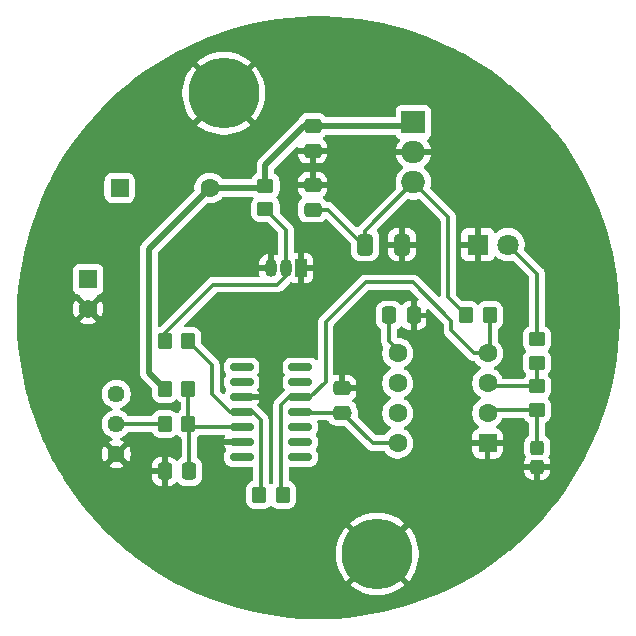
<source format=gbr>
%TF.GenerationSoftware,KiCad,Pcbnew,9.0.1*%
%TF.CreationDate,2025-04-27T19:27:18+01:00*%
%TF.ProjectId,PCB_IndicadorBateriaBaja,5043425f-496e-4646-9963-61646f724261,1*%
%TF.SameCoordinates,Original*%
%TF.FileFunction,Copper,L1,Top*%
%TF.FilePolarity,Positive*%
%FSLAX46Y46*%
G04 Gerber Fmt 4.6, Leading zero omitted, Abs format (unit mm)*
G04 Created by KiCad (PCBNEW 9.0.1) date 2025-04-27 19:27:18*
%MOMM*%
%LPD*%
G01*
G04 APERTURE LIST*
G04 Aperture macros list*
%AMRoundRect*
0 Rectangle with rounded corners*
0 $1 Rounding radius*
0 $2 $3 $4 $5 $6 $7 $8 $9 X,Y pos of 4 corners*
0 Add a 4 corners polygon primitive as box body*
4,1,4,$2,$3,$4,$5,$6,$7,$8,$9,$2,$3,0*
0 Add four circle primitives for the rounded corners*
1,1,$1+$1,$2,$3*
1,1,$1+$1,$4,$5*
1,1,$1+$1,$6,$7*
1,1,$1+$1,$8,$9*
0 Add four rect primitives between the rounded corners*
20,1,$1+$1,$2,$3,$4,$5,0*
20,1,$1+$1,$4,$5,$6,$7,0*
20,1,$1+$1,$6,$7,$8,$9,0*
20,1,$1+$1,$8,$9,$2,$3,0*%
G04 Aperture macros list end*
%TA.AperFunction,ComponentPad*%
%ADD10C,6.000000*%
%TD*%
%TA.AperFunction,ComponentPad*%
%ADD11RoundRect,0.250000X0.550000X0.550000X-0.550000X0.550000X-0.550000X-0.550000X0.550000X-0.550000X0*%
%TD*%
%TA.AperFunction,ComponentPad*%
%ADD12C,1.600000*%
%TD*%
%TA.AperFunction,SMDPad,CuDef*%
%ADD13RoundRect,0.150000X-0.825000X-0.150000X0.825000X-0.150000X0.825000X0.150000X-0.825000X0.150000X0*%
%TD*%
%TA.AperFunction,ComponentPad*%
%ADD14R,2.000000X1.905000*%
%TD*%
%TA.AperFunction,ComponentPad*%
%ADD15O,2.000000X1.905000*%
%TD*%
%TA.AperFunction,ComponentPad*%
%ADD16R,1.050000X1.500000*%
%TD*%
%TA.AperFunction,ComponentPad*%
%ADD17O,1.050000X1.500000*%
%TD*%
%TA.AperFunction,ComponentPad*%
%ADD18RoundRect,0.250000X-0.550000X-0.550000X0.550000X-0.550000X0.550000X0.550000X-0.550000X0.550000X0*%
%TD*%
%TA.AperFunction,ComponentPad*%
%ADD19C,1.440000*%
%TD*%
%TA.AperFunction,SMDPad,CuDef*%
%ADD20RoundRect,0.250000X-0.450000X0.350000X-0.450000X-0.350000X0.450000X-0.350000X0.450000X0.350000X0*%
%TD*%
%TA.AperFunction,SMDPad,CuDef*%
%ADD21RoundRect,0.250000X0.450000X-0.350000X0.450000X0.350000X-0.450000X0.350000X-0.450000X-0.350000X0*%
%TD*%
%TA.AperFunction,SMDPad,CuDef*%
%ADD22RoundRect,0.250000X0.350000X0.450000X-0.350000X0.450000X-0.350000X-0.450000X0.350000X-0.450000X0*%
%TD*%
%TA.AperFunction,SMDPad,CuDef*%
%ADD23RoundRect,0.250000X-0.350000X-0.450000X0.350000X-0.450000X0.350000X0.450000X-0.350000X0.450000X0*%
%TD*%
%TA.AperFunction,ComponentPad*%
%ADD24R,1.575000X1.575000*%
%TD*%
%TA.AperFunction,ComponentPad*%
%ADD25C,1.575000*%
%TD*%
%TA.AperFunction,ComponentPad*%
%ADD26R,1.800000X1.800000*%
%TD*%
%TA.AperFunction,ComponentPad*%
%ADD27C,1.800000*%
%TD*%
%TA.AperFunction,SMDPad,CuDef*%
%ADD28RoundRect,0.250000X-0.315000X0.382500X-0.315000X-0.382500X0.315000X-0.382500X0.315000X0.382500X0*%
%TD*%
%TA.AperFunction,SMDPad,CuDef*%
%ADD29RoundRect,0.250000X-0.337500X-0.475000X0.337500X-0.475000X0.337500X0.475000X-0.337500X0.475000X0*%
%TD*%
%TA.AperFunction,SMDPad,CuDef*%
%ADD30RoundRect,0.250000X-0.412500X-0.650000X0.412500X-0.650000X0.412500X0.650000X-0.412500X0.650000X0*%
%TD*%
%TA.AperFunction,SMDPad,CuDef*%
%ADD31RoundRect,0.250000X0.475000X-0.337500X0.475000X0.337500X-0.475000X0.337500X-0.475000X-0.337500X0*%
%TD*%
%TA.AperFunction,SMDPad,CuDef*%
%ADD32RoundRect,0.250000X0.337500X0.475000X-0.337500X0.475000X-0.337500X-0.475000X0.337500X-0.475000X0*%
%TD*%
%TA.AperFunction,SMDPad,CuDef*%
%ADD33RoundRect,0.250000X-0.475000X0.337500X-0.475000X-0.337500X0.475000X-0.337500X0.475000X0.337500X0*%
%TD*%
%TA.AperFunction,Conductor*%
%ADD34C,0.500000*%
%TD*%
%TA.AperFunction,Conductor*%
%ADD35C,0.300000*%
%TD*%
G04 APERTURE END LIST*
D10*
%TO.P,H2,1,1*%
%TO.N,GND*%
X75670000Y-74380000D03*
%TD*%
%TO.P,H1,1,1*%
%TO.N,GND*%
X62670000Y-35380000D03*
%TD*%
D11*
%TO.P,U4,1,GND*%
%TO.N,GND*%
X85000000Y-65000000D03*
D12*
%TO.P,U4,2,TR*%
%TO.N,Net-(U4-THR)*%
X85000000Y-62460000D03*
%TO.P,U4,3,Q*%
%TO.N,Net-(U4-Q)*%
X85000000Y-59920000D03*
%TO.P,U4,4,R*%
%TO.N,Net-(U4-R)*%
X85000000Y-57380000D03*
%TO.P,U4,5,CV*%
%TO.N,Net-(U4-CV)*%
X77380000Y-57380000D03*
%TO.P,U4,6,THR*%
%TO.N,Net-(U4-THR)*%
X77380000Y-59920000D03*
%TO.P,U4,7,DIS*%
%TO.N,unconnected-(U4-DIS-Pad7)*%
X77380000Y-62460000D03*
%TO.P,U4,8,VCC*%
%TO.N,Net-(U2-VO)*%
X77380000Y-65000000D03*
%TD*%
D13*
%TO.P,U3,1,NC*%
%TO.N,unconnected-(U3A-NC-Pad1)*%
X64195000Y-58570000D03*
%TO.P,U3,2,NC*%
%TO.N,unconnected-(U3A-NC-Pad2)*%
X64195000Y-59840000D03*
%TO.P,U3,3,GND*%
%TO.N,GND*%
X64195000Y-61110000D03*
%TO.P,U3,4,+*%
%TO.N,Net-(U3A-+)*%
X64195000Y-62380000D03*
%TO.P,U3,5,-*%
%TO.N,Net-(U3A--)*%
X64195000Y-63650000D03*
%TO.P,U3,6,V-*%
%TO.N,GND*%
X64195000Y-64920000D03*
%TO.P,U3,7*%
%TO.N,unconnected-(U3-Pad7)*%
X64195000Y-66190000D03*
%TO.P,U3,8,GND*%
%TO.N,unconnected-(U3B-GND-Pad8)*%
X69145000Y-66190000D03*
%TO.P,U3,9,+*%
%TO.N,unconnected-(U3B-+-Pad9)*%
X69145000Y-64920000D03*
%TO.P,U3,10,-*%
%TO.N,unconnected-(U3B---Pad10)*%
X69145000Y-63650000D03*
%TO.P,U3,11,V+*%
%TO.N,Net-(U2-VO)*%
X69145000Y-62380000D03*
%TO.P,U3,12*%
%TO.N,Net-(U4-R)*%
X69145000Y-61110000D03*
%TO.P,U3,13,NC*%
%TO.N,unconnected-(U3B-NC-Pad13)*%
X69145000Y-59840000D03*
%TO.P,U3,14,NC*%
%TO.N,unconnected-(U3B-NC-Pad14)*%
X69145000Y-58570000D03*
%TD*%
D14*
%TO.P,U2,1,VI*%
%TO.N,Net-(U2-VI)*%
X78725000Y-37840000D03*
D15*
%TO.P,U2,2,GND*%
%TO.N,GND*%
X78725000Y-40380000D03*
%TO.P,U2,3,VO*%
%TO.N,Net-(U2-VO)*%
X78725000Y-42920000D03*
%TD*%
D16*
%TO.P,U1,1,FB*%
%TO.N,GND*%
X69195000Y-50190000D03*
D17*
%TO.P,U1,2,K*%
%TO.N,Net-(U1-K)*%
X67925000Y-50190000D03*
%TO.P,U1,3,A*%
%TO.N,GND*%
X66655000Y-50190000D03*
%TD*%
D18*
%TO.P,SW1,1*%
%TO.N,+BATT*%
X53865000Y-43392500D03*
D12*
%TO.P,SW1,2*%
%TO.N,Net-(U2-VI)*%
X61485000Y-43392500D03*
%TD*%
D19*
%TO.P,RV1,1,1*%
%TO.N,unconnected-(RV1-Pad1)*%
X53580000Y-60840000D03*
%TO.P,RV1,2,2*%
%TO.N,Net-(R3-Pad2)*%
X53580000Y-63380000D03*
%TO.P,RV1,3,3*%
%TO.N,GND*%
X53580000Y-65920000D03*
%TD*%
D20*
%TO.P,R8,1*%
%TO.N,Net-(D1-A)*%
X89195000Y-56190000D03*
%TO.P,R8,2*%
%TO.N,Net-(U4-Q)*%
X89195000Y-58190000D03*
%TD*%
D21*
%TO.P,R7,1*%
%TO.N,Net-(U4-THR)*%
X89195000Y-62190000D03*
%TO.P,R7,2*%
%TO.N,Net-(U4-Q)*%
X89195000Y-60190000D03*
%TD*%
D22*
%TO.P,R6,1*%
%TO.N,Net-(U4-R)*%
X85195000Y-54190000D03*
%TO.P,R6,2*%
%TO.N,Net-(U2-VO)*%
X83195000Y-54190000D03*
%TD*%
D23*
%TO.P,R5,1*%
%TO.N,Net-(U3A-+)*%
X65670000Y-69380000D03*
%TO.P,R5,2*%
%TO.N,Net-(U4-R)*%
X67670000Y-69380000D03*
%TD*%
%TO.P,R4,1*%
%TO.N,Net-(U1-K)*%
X57670000Y-56380000D03*
%TO.P,R4,2*%
%TO.N,Net-(U3A-+)*%
X59670000Y-56380000D03*
%TD*%
D22*
%TO.P,R3,1*%
%TO.N,Net-(U3A--)*%
X59670000Y-63380000D03*
%TO.P,R3,2*%
%TO.N,Net-(R3-Pad2)*%
X57670000Y-63380000D03*
%TD*%
D23*
%TO.P,R2,1*%
%TO.N,Net-(U2-VI)*%
X57670000Y-60380000D03*
%TO.P,R2,2*%
%TO.N,Net-(U3A--)*%
X59670000Y-60380000D03*
%TD*%
D20*
%TO.P,R1,1*%
%TO.N,Net-(U2-VI)*%
X66195000Y-43190000D03*
%TO.P,R1,2*%
%TO.N,Net-(U1-K)*%
X66195000Y-45190000D03*
%TD*%
D24*
%TO.P,J1,1,1*%
%TO.N,+BATT*%
X51195000Y-51130000D03*
D25*
%TO.P,J1,2,2*%
%TO.N,GND*%
X51195000Y-53630000D03*
%TD*%
D26*
%TO.P,D1,1,K*%
%TO.N,GND*%
X84195000Y-48190000D03*
D27*
%TO.P,D1,2,A*%
%TO.N,Net-(D1-A)*%
X86735000Y-48190000D03*
%TD*%
D28*
%TO.P,C7,1*%
%TO.N,Net-(U4-THR)*%
X89195000Y-65387500D03*
%TO.P,C7,2*%
%TO.N,GND*%
X89195000Y-66992500D03*
%TD*%
D29*
%TO.P,C6,1*%
%TO.N,Net-(U4-CV)*%
X76670000Y-54190000D03*
%TO.P,C6,2*%
%TO.N,GND*%
X78745000Y-54190000D03*
%TD*%
D30*
%TO.P,C5,1*%
%TO.N,Net-(U2-VO)*%
X74632500Y-48190000D03*
%TO.P,C5,2*%
%TO.N,GND*%
X77757500Y-48190000D03*
%TD*%
D31*
%TO.P,C4,1*%
%TO.N,Net-(U2-VO)*%
X70195000Y-45227500D03*
%TO.P,C4,2*%
%TO.N,GND*%
X70195000Y-43152500D03*
%TD*%
%TO.P,C3,1*%
%TO.N,Net-(U2-VO)*%
X72670000Y-62417500D03*
%TO.P,C3,2*%
%TO.N,GND*%
X72670000Y-60342500D03*
%TD*%
D32*
%TO.P,C2,1*%
%TO.N,Net-(U3A--)*%
X59745000Y-67380000D03*
%TO.P,C2,2*%
%TO.N,GND*%
X57670000Y-67380000D03*
%TD*%
D33*
%TO.P,C1,1*%
%TO.N,Net-(U2-VI)*%
X70195000Y-38152500D03*
%TO.P,C1,2*%
%TO.N,GND*%
X70195000Y-40227500D03*
%TD*%
D34*
%TO.N,Net-(U2-VI)*%
X78412500Y-38152500D02*
X78725000Y-37840000D01*
X70195000Y-38152500D02*
X78412500Y-38152500D01*
D35*
%TO.N,Net-(R3-Pad2)*%
X53580000Y-63380000D02*
X57670000Y-63380000D01*
%TO.N,Net-(U1-K)*%
X67142115Y-51591000D02*
X67925000Y-50808115D01*
X61759000Y-51591000D02*
X67142115Y-51591000D01*
X67925000Y-50808115D02*
X67925000Y-50190000D01*
X57670000Y-55680000D02*
X61759000Y-51591000D01*
X57670000Y-56380000D02*
X57670000Y-55680000D01*
X67925000Y-46920000D02*
X67925000Y-50190000D01*
X66195000Y-45190000D02*
X67925000Y-46920000D01*
D34*
%TO.N,Net-(U2-VI)*%
X56319000Y-59029000D02*
X57670000Y-60380000D01*
X56319000Y-48558500D02*
X56319000Y-59029000D01*
X61485000Y-43392500D02*
X56319000Y-48558500D01*
X69470000Y-38152500D02*
X70195000Y-38152500D01*
X66195000Y-41427500D02*
X69470000Y-38152500D01*
X66195000Y-43190000D02*
X66195000Y-41427500D01*
X65992500Y-43392500D02*
X66195000Y-43190000D01*
X61485000Y-43392500D02*
X65992500Y-43392500D01*
D35*
%TO.N,Net-(U4-CV)*%
X76670000Y-56380000D02*
X76670000Y-54190000D01*
X77380000Y-57090000D02*
X76670000Y-56380000D01*
X77380000Y-57380000D02*
X77380000Y-57090000D01*
%TO.N,Net-(U4-R)*%
X83868630Y-57380000D02*
X85000000Y-57380000D01*
X74670000Y-51380000D02*
X78670000Y-51380000D01*
X71294000Y-59802942D02*
X71294000Y-54756000D01*
X71294000Y-54756000D02*
X74670000Y-51380000D01*
X81944000Y-54654000D02*
X81944000Y-55455370D01*
X81944000Y-55455370D02*
X83868630Y-57380000D01*
X78670000Y-51380000D02*
X81944000Y-54654000D01*
X69986942Y-61110000D02*
X71294000Y-59802942D01*
X69145000Y-61110000D02*
X69986942Y-61110000D01*
%TO.N,Net-(U2-VO)*%
X81670000Y-45865000D02*
X78725000Y-42920000D01*
X81670000Y-52665000D02*
X81670000Y-45865000D01*
X83195000Y-54190000D02*
X81670000Y-52665000D01*
X78725000Y-42920000D02*
X74632500Y-47012500D01*
X74632500Y-47012500D02*
X74632500Y-48190000D01*
X71517500Y-45227500D02*
X70195000Y-45227500D01*
X74632500Y-48190000D02*
X74480000Y-48190000D01*
X74480000Y-48190000D02*
X71517500Y-45227500D01*
X72670000Y-62417500D02*
X73395000Y-62417500D01*
X72707500Y-62417500D02*
X75290000Y-65000000D01*
X75290000Y-65000000D02*
X77380000Y-65000000D01*
X72670000Y-62417500D02*
X72707500Y-62417500D01*
X69182500Y-62417500D02*
X69145000Y-62380000D01*
X72670000Y-62417500D02*
X69182500Y-62417500D01*
%TO.N,Net-(D1-A)*%
X89195000Y-50650000D02*
X86735000Y-48190000D01*
X89195000Y-56190000D02*
X89195000Y-50650000D01*
%TO.N,Net-(U4-THR)*%
X85270000Y-62190000D02*
X85000000Y-62460000D01*
X89195000Y-62190000D02*
X85270000Y-62190000D01*
X89195000Y-65387500D02*
X89195000Y-62190000D01*
%TO.N,Net-(U4-Q)*%
X89195000Y-60190000D02*
X89195000Y-58190000D01*
X85270000Y-60190000D02*
X85000000Y-59920000D01*
X89195000Y-60190000D02*
X85270000Y-60190000D01*
%TO.N,Net-(U4-CV)*%
X77157500Y-57157500D02*
X77380000Y-57380000D01*
%TO.N,Net-(U4-R)*%
X85195000Y-57185000D02*
X85000000Y-57380000D01*
X85195000Y-54190000D02*
X85195000Y-57185000D01*
X67519000Y-61761001D02*
X68170001Y-61110000D01*
X68170001Y-61110000D02*
X69145000Y-61110000D01*
X67519000Y-69229000D02*
X67519000Y-61761001D01*
X67670000Y-69380000D02*
X67519000Y-69229000D01*
%TO.N,Net-(U3A-+)*%
X65821000Y-63031001D02*
X65169999Y-62380000D01*
X65821000Y-69229000D02*
X65821000Y-63031001D01*
X65169999Y-62380000D02*
X64195000Y-62380000D01*
X65670000Y-69380000D02*
X65821000Y-69229000D01*
%TO.N,Net-(U3A--)*%
X59745000Y-63455000D02*
X59670000Y-63380000D01*
X59745000Y-67380000D02*
X59745000Y-63455000D01*
X59670000Y-60380000D02*
X59670000Y-63380000D01*
X59940000Y-63650000D02*
X59670000Y-63380000D01*
X64195000Y-63650000D02*
X59940000Y-63650000D01*
%TO.N,Net-(U3A-+)*%
X61670000Y-58380000D02*
X59670000Y-56380000D01*
X61670000Y-60829999D02*
X61670000Y-58380000D01*
X63220001Y-62380000D02*
X61670000Y-60829999D01*
X64195000Y-62380000D02*
X63220001Y-62380000D01*
%TD*%
%TA.AperFunction,Conductor*%
%TO.N,GND*%
G36*
X77212978Y-38922685D02*
G01*
X77258733Y-38975489D01*
X77262121Y-38983668D01*
X77281201Y-39034826D01*
X77281206Y-39034835D01*
X77367452Y-39150044D01*
X77367455Y-39150047D01*
X77482664Y-39236293D01*
X77482667Y-39236295D01*
X77482668Y-39236295D01*
X77482669Y-39236296D01*
X77511025Y-39246872D01*
X77566958Y-39288742D01*
X77591376Y-39354206D01*
X77576525Y-39422479D01*
X77568010Y-39435939D01*
X77435213Y-39618719D01*
X77331417Y-39822429D01*
X77260765Y-40039871D01*
X77246491Y-40130000D01*
X78234252Y-40130000D01*
X78212482Y-40167708D01*
X78175000Y-40307591D01*
X78175000Y-40452409D01*
X78212482Y-40592292D01*
X78234252Y-40630000D01*
X77246491Y-40630000D01*
X77260765Y-40720128D01*
X77331417Y-40937570D01*
X77435211Y-41141276D01*
X77569597Y-41326242D01*
X77731257Y-41487902D01*
X77731263Y-41487907D01*
X77815863Y-41549372D01*
X77858529Y-41604701D01*
X77864508Y-41674315D01*
X77831903Y-41736110D01*
X77815864Y-41750007D01*
X77730940Y-41811709D01*
X77730931Y-41811716D01*
X77569216Y-41973431D01*
X77569216Y-41973432D01*
X77569214Y-41973434D01*
X77511480Y-42052896D01*
X77434783Y-42158461D01*
X77330950Y-42362244D01*
X77260278Y-42579750D01*
X77260278Y-42579753D01*
X77224500Y-42805646D01*
X77224500Y-43034353D01*
X77260278Y-43260248D01*
X77286954Y-43342350D01*
X77288949Y-43412191D01*
X77256704Y-43468348D01*
X74127224Y-46597829D01*
X74117841Y-46611873D01*
X74117840Y-46611874D01*
X74083214Y-46663695D01*
X74029602Y-46708500D01*
X73960277Y-46717207D01*
X73897249Y-46687052D01*
X73892431Y-46682485D01*
X71932174Y-44722227D01*
X71932173Y-44722226D01*
X71932169Y-44722223D01*
X71825627Y-44651035D01*
X71707244Y-44601999D01*
X71707238Y-44601997D01*
X71581571Y-44577000D01*
X71581569Y-44577000D01*
X71427928Y-44577000D01*
X71360889Y-44557315D01*
X71322389Y-44518097D01*
X71262712Y-44421344D01*
X71138656Y-44297288D01*
X71135342Y-44295243D01*
X71133546Y-44293248D01*
X71132989Y-44292807D01*
X71133064Y-44292711D01*
X71088618Y-44243297D01*
X71077397Y-44174334D01*
X71105240Y-44110252D01*
X71135348Y-44084165D01*
X71138342Y-44082318D01*
X71262315Y-43958345D01*
X71354356Y-43809124D01*
X71354358Y-43809119D01*
X71409505Y-43642697D01*
X71409506Y-43642690D01*
X71419999Y-43539986D01*
X71420000Y-43539973D01*
X71420000Y-43402500D01*
X68970001Y-43402500D01*
X68970001Y-43539986D01*
X68980494Y-43642697D01*
X69035641Y-43809119D01*
X69035643Y-43809124D01*
X69127684Y-43958345D01*
X69251655Y-44082316D01*
X69251659Y-44082319D01*
X69254656Y-44084168D01*
X69256279Y-44085972D01*
X69257323Y-44086798D01*
X69257181Y-44086976D01*
X69301381Y-44136116D01*
X69312602Y-44205079D01*
X69284759Y-44269161D01*
X69254661Y-44295241D01*
X69251349Y-44297283D01*
X69251343Y-44297288D01*
X69127289Y-44421342D01*
X69035187Y-44570663D01*
X69035186Y-44570666D01*
X68980001Y-44737203D01*
X68980001Y-44737204D01*
X68980000Y-44737204D01*
X68969500Y-44839983D01*
X68969500Y-45615001D01*
X68969501Y-45615019D01*
X68980000Y-45717796D01*
X68980001Y-45717799D01*
X69007548Y-45800928D01*
X69035186Y-45884334D01*
X69127288Y-46033656D01*
X69251344Y-46157712D01*
X69400666Y-46249814D01*
X69567203Y-46304999D01*
X69669991Y-46315500D01*
X70720008Y-46315499D01*
X70720016Y-46315498D01*
X70720019Y-46315498D01*
X70776302Y-46309748D01*
X70822797Y-46304999D01*
X70989334Y-46249814D01*
X71138656Y-46157712D01*
X71245530Y-46050838D01*
X71306853Y-46017353D01*
X71376545Y-46022337D01*
X71420892Y-46050838D01*
X73433181Y-48063127D01*
X73466666Y-48124450D01*
X73469500Y-48150808D01*
X73469500Y-48890001D01*
X73469501Y-48890019D01*
X73480000Y-48992796D01*
X73480001Y-48992799D01*
X73535185Y-49159331D01*
X73535187Y-49159336D01*
X73541044Y-49168832D01*
X73627288Y-49308656D01*
X73751344Y-49432712D01*
X73900666Y-49524814D01*
X74067203Y-49579999D01*
X74169991Y-49590500D01*
X75095008Y-49590499D01*
X75095016Y-49590498D01*
X75095019Y-49590498D01*
X75162584Y-49583596D01*
X75197797Y-49579999D01*
X75364334Y-49524814D01*
X75513656Y-49432712D01*
X75637712Y-49308656D01*
X75729814Y-49159334D01*
X75784999Y-48992797D01*
X75795500Y-48890009D01*
X75795500Y-48889986D01*
X76595001Y-48889986D01*
X76605494Y-48992697D01*
X76660641Y-49159119D01*
X76660643Y-49159124D01*
X76752684Y-49308345D01*
X76876654Y-49432315D01*
X77025875Y-49524356D01*
X77025880Y-49524358D01*
X77192302Y-49579505D01*
X77192309Y-49579506D01*
X77295019Y-49589999D01*
X77507499Y-49589999D01*
X78007500Y-49589999D01*
X78219972Y-49589999D01*
X78219986Y-49589998D01*
X78322697Y-49579505D01*
X78489119Y-49524358D01*
X78489124Y-49524356D01*
X78638345Y-49432315D01*
X78762315Y-49308345D01*
X78854356Y-49159124D01*
X78854358Y-49159119D01*
X78909505Y-48992697D01*
X78909506Y-48992690D01*
X78919999Y-48889986D01*
X78920000Y-48889973D01*
X78920000Y-48440000D01*
X78007500Y-48440000D01*
X78007500Y-49589999D01*
X77507499Y-49589999D01*
X77507500Y-49589998D01*
X77507500Y-48440000D01*
X76595001Y-48440000D01*
X76595001Y-48889986D01*
X75795500Y-48889986D01*
X75795499Y-48150808D01*
X75795499Y-47490013D01*
X76595000Y-47490013D01*
X76595000Y-47940000D01*
X77507500Y-47940000D01*
X78007500Y-47940000D01*
X78919999Y-47940000D01*
X78919999Y-47490028D01*
X78919998Y-47490013D01*
X78909505Y-47387302D01*
X78854358Y-47220880D01*
X78854356Y-47220875D01*
X78762315Y-47071654D01*
X78638345Y-46947684D01*
X78489124Y-46855643D01*
X78489119Y-46855641D01*
X78322697Y-46800494D01*
X78322690Y-46800493D01*
X78219986Y-46790000D01*
X78007500Y-46790000D01*
X78007500Y-47940000D01*
X77507500Y-47940000D01*
X77507500Y-46790000D01*
X77295029Y-46790000D01*
X77295012Y-46790001D01*
X77192302Y-46800494D01*
X77025880Y-46855641D01*
X77025875Y-46855643D01*
X76876654Y-46947684D01*
X76752684Y-47071654D01*
X76660643Y-47220875D01*
X76660641Y-47220880D01*
X76605494Y-47387302D01*
X76605493Y-47387309D01*
X76595000Y-47490013D01*
X75795499Y-47490013D01*
X75795499Y-47489998D01*
X75795498Y-47489981D01*
X75784999Y-47387203D01*
X75784998Y-47387200D01*
X75729814Y-47220666D01*
X75637712Y-47071344D01*
X75637709Y-47071341D01*
X75634205Y-47065660D01*
X75615765Y-46998267D01*
X75636688Y-46931604D01*
X75652058Y-46912887D01*
X78200855Y-44364089D01*
X78262176Y-44330606D01*
X78326855Y-44333842D01*
X78337255Y-44337222D01*
X78563146Y-44373000D01*
X78563147Y-44373000D01*
X78886853Y-44373000D01*
X78886854Y-44373000D01*
X79112745Y-44337222D01*
X79123141Y-44333843D01*
X79192976Y-44331843D01*
X79249145Y-44364091D01*
X80983181Y-46098127D01*
X81016666Y-46159450D01*
X81019500Y-46185808D01*
X81019500Y-52510192D01*
X80999815Y-52577231D01*
X80947011Y-52622986D01*
X80877853Y-52632930D01*
X80814297Y-52603905D01*
X80807819Y-52597873D01*
X79084674Y-50874727D01*
X79084673Y-50874726D01*
X79030482Y-50838517D01*
X78978127Y-50803535D01*
X78859744Y-50754499D01*
X78859738Y-50754497D01*
X78734071Y-50729500D01*
X78734069Y-50729500D01*
X74605931Y-50729500D01*
X74605929Y-50729500D01*
X74480261Y-50754497D01*
X74480255Y-50754499D01*
X74361874Y-50803534D01*
X74255326Y-50874726D01*
X74255325Y-50874727D01*
X70788722Y-54341331D01*
X70775862Y-54360579D01*
X70763057Y-54379744D01*
X70744823Y-54407033D01*
X70717534Y-54447873D01*
X70668499Y-54566255D01*
X70668497Y-54566261D01*
X70643500Y-54691928D01*
X70643500Y-57874191D01*
X70623815Y-57941230D01*
X70571011Y-57986985D01*
X70501853Y-57996929D01*
X70438297Y-57967904D01*
X70431819Y-57961872D01*
X70371870Y-57901923D01*
X70371862Y-57901917D01*
X70230396Y-57818255D01*
X70230393Y-57818254D01*
X70072573Y-57772402D01*
X70072567Y-57772401D01*
X70035701Y-57769500D01*
X70035694Y-57769500D01*
X68254306Y-57769500D01*
X68254298Y-57769500D01*
X68217432Y-57772401D01*
X68217426Y-57772402D01*
X68059606Y-57818254D01*
X68059603Y-57818255D01*
X67918137Y-57901917D01*
X67918129Y-57901923D01*
X67801923Y-58018129D01*
X67801917Y-58018137D01*
X67718255Y-58159603D01*
X67718254Y-58159606D01*
X67672402Y-58317426D01*
X67672401Y-58317432D01*
X67669500Y-58354298D01*
X67669500Y-58785701D01*
X67672401Y-58822567D01*
X67672402Y-58822573D01*
X67718254Y-58980393D01*
X67718255Y-58980396D01*
X67801917Y-59121862D01*
X67806702Y-59128031D01*
X67804256Y-59129927D01*
X67830857Y-59178642D01*
X67825873Y-59248334D01*
X67805069Y-59280703D01*
X67806702Y-59281969D01*
X67801917Y-59288137D01*
X67718255Y-59429603D01*
X67718254Y-59429606D01*
X67672402Y-59587426D01*
X67672401Y-59587432D01*
X67669500Y-59624298D01*
X67669500Y-60055701D01*
X67672401Y-60092567D01*
X67672402Y-60092573D01*
X67718254Y-60250393D01*
X67718255Y-60250396D01*
X67801917Y-60391862D01*
X67806702Y-60398031D01*
X67804256Y-60399927D01*
X67830857Y-60448642D01*
X67825873Y-60518334D01*
X67810474Y-60547241D01*
X67804553Y-60555500D01*
X67801919Y-60558135D01*
X67798399Y-60564086D01*
X67795224Y-60568516D01*
X67784931Y-60576558D01*
X67763337Y-60599374D01*
X67755333Y-60604722D01*
X67755328Y-60604726D01*
X67013727Y-61346326D01*
X67013726Y-61346327D01*
X66942534Y-61452875D01*
X66893499Y-61571256D01*
X66893497Y-61571262D01*
X66868500Y-61696929D01*
X66868500Y-68268770D01*
X66859855Y-68298210D01*
X66853332Y-68328197D01*
X66849577Y-68333212D01*
X66848815Y-68335809D01*
X66832181Y-68356451D01*
X66757681Y-68430951D01*
X66696358Y-68464436D01*
X66626666Y-68459452D01*
X66582319Y-68430951D01*
X66507819Y-68356451D01*
X66474334Y-68295128D01*
X66471500Y-68268770D01*
X66471500Y-62966929D01*
X66446502Y-62841262D01*
X66446501Y-62841261D01*
X66446501Y-62841257D01*
X66397465Y-62722874D01*
X66362648Y-62670766D01*
X66362648Y-62670765D01*
X66326279Y-62616335D01*
X66326273Y-62616327D01*
X65584672Y-61874726D01*
X65584668Y-61874723D01*
X65576666Y-61869376D01*
X65572563Y-61865418D01*
X65569511Y-61864218D01*
X65559263Y-61852587D01*
X65544998Y-61838826D01*
X65541700Y-61834255D01*
X65538081Y-61828135D01*
X65535223Y-61825277D01*
X65529393Y-61817196D01*
X65520953Y-61793291D01*
X65508798Y-61771050D01*
X65509519Y-61760904D01*
X65506133Y-61751311D01*
X65511957Y-61726639D01*
X65513756Y-61701356D01*
X65520346Y-61691102D01*
X65522186Y-61683311D01*
X65530535Y-61675250D01*
X65534554Y-61668998D01*
X65532903Y-61667717D01*
X65537686Y-61661550D01*
X65621281Y-61520198D01*
X65667100Y-61362486D01*
X65667295Y-61360001D01*
X65667295Y-61360000D01*
X64319000Y-61360000D01*
X64251961Y-61340315D01*
X64206206Y-61287511D01*
X64195000Y-61236000D01*
X64195000Y-60984000D01*
X64214685Y-60916961D01*
X64267489Y-60871206D01*
X64319000Y-60860000D01*
X65667295Y-60860000D01*
X65667295Y-60859998D01*
X65667100Y-60857513D01*
X65621281Y-60699801D01*
X65537685Y-60558447D01*
X65532900Y-60552278D01*
X65535366Y-60550364D01*
X65508802Y-60501776D01*
X65513749Y-60432082D01*
X65534856Y-60399232D01*
X65533301Y-60398026D01*
X65538077Y-60391868D01*
X65538081Y-60391865D01*
X65621744Y-60250398D01*
X65667598Y-60092569D01*
X65670500Y-60055694D01*
X65670500Y-59624306D01*
X65667598Y-59587431D01*
X65651928Y-59533496D01*
X65621745Y-59429606D01*
X65621744Y-59429603D01*
X65621744Y-59429602D01*
X65538081Y-59288135D01*
X65538078Y-59288132D01*
X65533298Y-59281969D01*
X65535750Y-59280066D01*
X65509155Y-59231421D01*
X65514104Y-59161726D01*
X65534940Y-59129304D01*
X65533298Y-59128031D01*
X65538075Y-59121870D01*
X65538081Y-59121865D01*
X65621744Y-58980398D01*
X65667598Y-58822569D01*
X65670500Y-58785694D01*
X65670500Y-58354306D01*
X65667598Y-58317431D01*
X65667162Y-58315931D01*
X65621745Y-58159606D01*
X65621744Y-58159603D01*
X65621744Y-58159602D01*
X65538081Y-58018135D01*
X65538079Y-58018133D01*
X65538076Y-58018129D01*
X65421870Y-57901923D01*
X65421862Y-57901917D01*
X65280396Y-57818255D01*
X65280393Y-57818254D01*
X65122573Y-57772402D01*
X65122567Y-57772401D01*
X65085701Y-57769500D01*
X65085694Y-57769500D01*
X63304306Y-57769500D01*
X63304298Y-57769500D01*
X63267432Y-57772401D01*
X63267426Y-57772402D01*
X63109606Y-57818254D01*
X63109603Y-57818255D01*
X62968137Y-57901917D01*
X62968129Y-57901923D01*
X62851923Y-58018129D01*
X62851917Y-58018137D01*
X62768255Y-58159603D01*
X62768254Y-58159606D01*
X62722402Y-58317426D01*
X62722401Y-58317432D01*
X62719500Y-58354298D01*
X62719500Y-58785701D01*
X62722401Y-58822567D01*
X62722402Y-58822573D01*
X62768254Y-58980393D01*
X62768255Y-58980396D01*
X62851917Y-59121862D01*
X62856702Y-59128031D01*
X62854256Y-59129927D01*
X62880857Y-59178642D01*
X62875873Y-59248334D01*
X62855069Y-59280703D01*
X62856702Y-59281969D01*
X62851917Y-59288137D01*
X62768255Y-59429603D01*
X62768254Y-59429606D01*
X62722402Y-59587426D01*
X62722401Y-59587432D01*
X62719500Y-59624298D01*
X62719500Y-60055701D01*
X62722401Y-60092567D01*
X62722402Y-60092573D01*
X62768254Y-60250393D01*
X62768255Y-60250396D01*
X62851917Y-60391862D01*
X62856702Y-60398031D01*
X62854369Y-60399840D01*
X62881210Y-60448995D01*
X62876226Y-60518687D01*
X62855470Y-60551021D01*
X62857097Y-60552283D01*
X62852313Y-60558449D01*
X62768717Y-60699803D01*
X62768715Y-60699806D01*
X62757658Y-60737868D01*
X62720052Y-60796754D01*
X62656579Y-60825960D01*
X62587392Y-60816214D01*
X62550901Y-60790954D01*
X62356819Y-60596872D01*
X62323334Y-60535549D01*
X62320500Y-60509191D01*
X62320500Y-58315928D01*
X62295502Y-58190261D01*
X62295501Y-58190260D01*
X62295501Y-58190256D01*
X62246465Y-58071873D01*
X62246464Y-58071872D01*
X62246461Y-58071866D01*
X62175277Y-57965332D01*
X62151175Y-57941230D01*
X62084669Y-57874724D01*
X60806818Y-56596873D01*
X60773333Y-56535550D01*
X60770499Y-56509192D01*
X60770499Y-55879998D01*
X60770498Y-55879981D01*
X60759999Y-55777203D01*
X60759998Y-55777200D01*
X60730175Y-55687200D01*
X60704814Y-55610666D01*
X60612712Y-55461344D01*
X60488656Y-55337288D01*
X60359642Y-55257712D01*
X60339336Y-55245187D01*
X60339331Y-55245185D01*
X60337862Y-55244698D01*
X60172797Y-55190001D01*
X60172795Y-55190000D01*
X60070016Y-55179500D01*
X59389806Y-55179500D01*
X59322767Y-55159815D01*
X59277012Y-55107011D01*
X59267068Y-55037853D01*
X59296093Y-54974297D01*
X59302110Y-54967834D01*
X61992127Y-52277819D01*
X62053450Y-52244334D01*
X62079808Y-52241500D01*
X67206186Y-52241500D01*
X67290730Y-52224682D01*
X67331859Y-52216501D01*
X67450242Y-52167465D01*
X67468149Y-52155500D01*
X67468149Y-52155499D01*
X67468151Y-52155499D01*
X67512466Y-52125888D01*
X67556784Y-52096277D01*
X68254219Y-51398840D01*
X68261150Y-51394210D01*
X68264095Y-51389969D01*
X68294448Y-51371961D01*
X68299783Y-51369752D01*
X68305342Y-51367450D01*
X68374811Y-51359984D01*
X68419859Y-51379593D01*
X68420128Y-51379103D01*
X68425613Y-51382098D01*
X68427099Y-51382745D01*
X68427911Y-51383353D01*
X68427913Y-51383354D01*
X68562620Y-51433596D01*
X68562627Y-51433598D01*
X68622155Y-51439999D01*
X68622172Y-51440000D01*
X68945000Y-51440000D01*
X68945000Y-50555865D01*
X68945067Y-50551789D01*
X68945400Y-50541638D01*
X68950500Y-50516003D01*
X68950500Y-50475830D01*
X68964745Y-50490075D01*
X69050255Y-50539444D01*
X69145630Y-50565000D01*
X69244370Y-50565000D01*
X69339745Y-50539444D01*
X69425255Y-50490075D01*
X69445000Y-50470330D01*
X69445000Y-51440000D01*
X69767828Y-51440000D01*
X69767844Y-51439999D01*
X69827372Y-51433598D01*
X69827379Y-51433596D01*
X69962086Y-51383354D01*
X69962093Y-51383350D01*
X70077187Y-51297190D01*
X70077190Y-51297187D01*
X70163350Y-51182093D01*
X70163354Y-51182086D01*
X70213596Y-51047379D01*
X70213598Y-51047372D01*
X70219999Y-50987844D01*
X70220000Y-50987827D01*
X70220000Y-50440000D01*
X69475330Y-50440000D01*
X69495075Y-50420255D01*
X69544444Y-50334745D01*
X69570000Y-50239370D01*
X69570000Y-50140630D01*
X69544444Y-50045255D01*
X69495075Y-49959745D01*
X69475330Y-49940000D01*
X70220000Y-49940000D01*
X70220000Y-49392172D01*
X70219999Y-49392155D01*
X70213598Y-49332627D01*
X70213596Y-49332620D01*
X70163354Y-49197913D01*
X70163350Y-49197906D01*
X70077190Y-49082812D01*
X70077187Y-49082809D01*
X69962093Y-48996649D01*
X69962086Y-48996645D01*
X69827379Y-48946403D01*
X69827372Y-48946401D01*
X69767844Y-48940000D01*
X69445000Y-48940000D01*
X69445000Y-49909670D01*
X69425255Y-49889925D01*
X69339745Y-49840556D01*
X69244370Y-49815000D01*
X69145630Y-49815000D01*
X69050255Y-49840556D01*
X68964745Y-49889925D01*
X68950500Y-49904170D01*
X68950500Y-49863997D01*
X68947939Y-49851123D01*
X68947383Y-49848326D01*
X68945000Y-49824134D01*
X68945000Y-48940000D01*
X68699500Y-48940000D01*
X68632461Y-48920315D01*
X68586706Y-48867511D01*
X68575500Y-48816000D01*
X68575500Y-46855928D01*
X68550502Y-46730261D01*
X68550501Y-46730260D01*
X68550501Y-46730256D01*
X68515826Y-46646544D01*
X68501464Y-46611870D01*
X68430277Y-46505331D01*
X68430271Y-46505324D01*
X67431818Y-45506871D01*
X67398333Y-45445548D01*
X67395499Y-45419190D01*
X67395499Y-44789998D01*
X67395498Y-44789981D01*
X67384999Y-44687203D01*
X67384998Y-44687200D01*
X67380722Y-44674297D01*
X67329814Y-44520666D01*
X67237712Y-44371344D01*
X67144049Y-44277681D01*
X67110564Y-44216358D01*
X67115548Y-44146666D01*
X67144049Y-44102319D01*
X67164052Y-44082316D01*
X67237712Y-44008656D01*
X67329814Y-43859334D01*
X67384999Y-43692797D01*
X67395500Y-43590009D01*
X67395499Y-42789992D01*
X67392947Y-42765013D01*
X68970000Y-42765013D01*
X68970000Y-42902500D01*
X69945000Y-42902500D01*
X70445000Y-42902500D01*
X71419999Y-42902500D01*
X71419999Y-42765028D01*
X71419998Y-42765013D01*
X71409505Y-42662302D01*
X71354358Y-42495880D01*
X71354356Y-42495875D01*
X71262315Y-42346654D01*
X71138345Y-42222684D01*
X70989124Y-42130643D01*
X70989119Y-42130641D01*
X70822697Y-42075494D01*
X70822690Y-42075493D01*
X70719986Y-42065000D01*
X70445000Y-42065000D01*
X70445000Y-42902500D01*
X69945000Y-42902500D01*
X69945000Y-42065000D01*
X69670029Y-42065000D01*
X69670012Y-42065001D01*
X69567302Y-42075494D01*
X69400880Y-42130641D01*
X69400875Y-42130643D01*
X69251654Y-42222684D01*
X69127684Y-42346654D01*
X69035643Y-42495875D01*
X69035641Y-42495880D01*
X68980494Y-42662302D01*
X68980493Y-42662309D01*
X68970000Y-42765013D01*
X67392947Y-42765013D01*
X67384999Y-42687203D01*
X67329814Y-42520666D01*
X67237712Y-42371344D01*
X67113656Y-42247288D01*
X67004402Y-42179900D01*
X66957679Y-42127953D01*
X66945500Y-42074362D01*
X66945500Y-41789728D01*
X66965185Y-41722689D01*
X66981814Y-41702052D01*
X68068879Y-40614986D01*
X68970001Y-40614986D01*
X68980494Y-40717697D01*
X69035641Y-40884119D01*
X69035643Y-40884124D01*
X69127684Y-41033345D01*
X69251654Y-41157315D01*
X69400875Y-41249356D01*
X69400880Y-41249358D01*
X69567302Y-41304505D01*
X69567309Y-41304506D01*
X69670019Y-41314999D01*
X69944999Y-41314999D01*
X70445000Y-41314999D01*
X70719972Y-41314999D01*
X70719986Y-41314998D01*
X70822697Y-41304505D01*
X70989119Y-41249358D01*
X70989124Y-41249356D01*
X71138345Y-41157315D01*
X71262315Y-41033345D01*
X71354356Y-40884124D01*
X71354358Y-40884119D01*
X71409505Y-40717697D01*
X71409506Y-40717690D01*
X71419999Y-40614986D01*
X71420000Y-40614973D01*
X71420000Y-40477500D01*
X70445000Y-40477500D01*
X70445000Y-41314999D01*
X69944999Y-41314999D01*
X69945000Y-41314998D01*
X69945000Y-40477500D01*
X68970001Y-40477500D01*
X68970001Y-40614986D01*
X68068879Y-40614986D01*
X68758319Y-39925546D01*
X68819642Y-39892062D01*
X68889334Y-39897046D01*
X68945267Y-39938918D01*
X68953505Y-39961005D01*
X68970000Y-39977500D01*
X71419999Y-39977500D01*
X71419999Y-39840028D01*
X71419998Y-39840013D01*
X71409505Y-39737302D01*
X71354358Y-39570880D01*
X71354356Y-39570875D01*
X71262315Y-39421654D01*
X71138344Y-39297683D01*
X71138341Y-39297681D01*
X71135339Y-39295829D01*
X71133713Y-39294021D01*
X71132677Y-39293202D01*
X71132817Y-39293024D01*
X71088617Y-39243880D01*
X71077397Y-39174917D01*
X71105243Y-39110836D01*
X71113431Y-39101944D01*
X71123411Y-39092114D01*
X71138656Y-39082712D01*
X71262712Y-38958656D01*
X71268570Y-38949157D01*
X71279239Y-38938651D01*
X71297370Y-38928929D01*
X71312665Y-38915175D01*
X71330645Y-38911089D01*
X71340817Y-38905636D01*
X71351071Y-38906448D01*
X71366248Y-38903000D01*
X77145939Y-38903000D01*
X77212978Y-38922685D01*
G37*
%TD.AperFunction*%
%TA.AperFunction,Conductor*%
G36*
X65148309Y-44162685D02*
G01*
X65194064Y-44215489D01*
X65204008Y-44284647D01*
X65174983Y-44348203D01*
X65168951Y-44354681D01*
X65152289Y-44371342D01*
X65060187Y-44520663D01*
X65060185Y-44520668D01*
X65043617Y-44570668D01*
X65005001Y-44687203D01*
X65005001Y-44687204D01*
X65005000Y-44687204D01*
X64994500Y-44789983D01*
X64994500Y-45590001D01*
X64994501Y-45590019D01*
X65005000Y-45692796D01*
X65005001Y-45692799D01*
X65040832Y-45800928D01*
X65060186Y-45859334D01*
X65152288Y-46008656D01*
X65276344Y-46132712D01*
X65425666Y-46224814D01*
X65592203Y-46279999D01*
X65694991Y-46290500D01*
X66324191Y-46290499D01*
X66391230Y-46310183D01*
X66411872Y-46326818D01*
X67238181Y-47153127D01*
X67271666Y-47214450D01*
X67274500Y-47240808D01*
X67274500Y-48926573D01*
X67254815Y-48993612D01*
X67202011Y-49039367D01*
X67132853Y-49049311D01*
X67103048Y-49041134D01*
X66953984Y-48979390D01*
X66953977Y-48979388D01*
X66905000Y-48969645D01*
X66905000Y-49824134D01*
X66904968Y-49826953D01*
X66904722Y-49837740D01*
X66899500Y-49863997D01*
X66899500Y-49904170D01*
X66885255Y-49889925D01*
X66799745Y-49840556D01*
X66704370Y-49815000D01*
X66605630Y-49815000D01*
X66510255Y-49840556D01*
X66424745Y-49889925D01*
X66405000Y-49909670D01*
X66405000Y-48969646D01*
X66404999Y-48969645D01*
X66356022Y-48979388D01*
X66356015Y-48979390D01*
X66169486Y-49056652D01*
X66169473Y-49056659D01*
X66001600Y-49168829D01*
X66001596Y-49168832D01*
X65858832Y-49311596D01*
X65858829Y-49311600D01*
X65746659Y-49479473D01*
X65746652Y-49479486D01*
X65669390Y-49666016D01*
X65669387Y-49666025D01*
X65630000Y-49864041D01*
X65630000Y-49940000D01*
X66374670Y-49940000D01*
X66354925Y-49959745D01*
X66305556Y-50045255D01*
X66280000Y-50140630D01*
X66280000Y-50239370D01*
X66305556Y-50334745D01*
X66354925Y-50420255D01*
X66374670Y-50440000D01*
X65630000Y-50440000D01*
X65630000Y-50515958D01*
X65669387Y-50713974D01*
X65669390Y-50713983D01*
X65692199Y-50769048D01*
X65699668Y-50838517D01*
X65668393Y-50900996D01*
X65608304Y-50936648D01*
X65577638Y-50940500D01*
X61694929Y-50940500D01*
X61570113Y-50965328D01*
X61570109Y-50965329D01*
X61569258Y-50965498D01*
X61569256Y-50965498D01*
X61450874Y-51014533D01*
X61450871Y-51014535D01*
X61344331Y-51085722D01*
X61344324Y-51085728D01*
X57281181Y-55148872D01*
X57219858Y-55182357D01*
X57150166Y-55177373D01*
X57094233Y-55135501D01*
X57069816Y-55070037D01*
X57069500Y-55061191D01*
X57069500Y-48920728D01*
X57089185Y-48853689D01*
X57105814Y-48833052D01*
X61219894Y-44718971D01*
X61281215Y-44685488D01*
X61326970Y-44684181D01*
X61382648Y-44693000D01*
X61382649Y-44693000D01*
X61587351Y-44693000D01*
X61587352Y-44693000D01*
X61789534Y-44660977D01*
X61984219Y-44597720D01*
X62166610Y-44504787D01*
X62259590Y-44437232D01*
X62332213Y-44384471D01*
X62332215Y-44384468D01*
X62332219Y-44384466D01*
X62476966Y-44239719D01*
X62502056Y-44205186D01*
X62510100Y-44194115D01*
X62565429Y-44151449D01*
X62610418Y-44143000D01*
X65081270Y-44143000D01*
X65148309Y-44162685D01*
G37*
%TD.AperFunction*%
%TA.AperFunction,Conductor*%
G36*
X71173470Y-28866291D02*
G01*
X72169892Y-28905440D01*
X72174684Y-28905722D01*
X73168855Y-28983965D01*
X73173664Y-28984439D01*
X74164004Y-29101652D01*
X74168786Y-29102315D01*
X75153713Y-29258312D01*
X75158467Y-29259161D01*
X76136515Y-29453707D01*
X76141232Y-29454741D01*
X77110935Y-29687547D01*
X77115586Y-29688761D01*
X77774826Y-29874686D01*
X78075344Y-29959441D01*
X78080003Y-29960854D01*
X79028403Y-30269007D01*
X79032952Y-30270584D01*
X79968578Y-30615755D01*
X79973049Y-30617505D01*
X80894366Y-30999127D01*
X80898782Y-31001058D01*
X81254958Y-31165258D01*
X81804396Y-31418553D01*
X81808777Y-31420678D01*
X82280333Y-31660947D01*
X82697280Y-31873393D01*
X82701553Y-31875676D01*
X83067512Y-32080623D01*
X83571620Y-32362937D01*
X83575821Y-32365400D01*
X84426041Y-32886416D01*
X84430142Y-32889041D01*
X85259280Y-33443053D01*
X85263274Y-33445837D01*
X86070001Y-34031958D01*
X86073884Y-34034897D01*
X86857007Y-34652262D01*
X86860740Y-34655326D01*
X87619015Y-35302952D01*
X87622654Y-35306186D01*
X88354919Y-35983085D01*
X88358429Y-35986460D01*
X89063539Y-36691570D01*
X89066914Y-36695080D01*
X89743813Y-37427345D01*
X89747040Y-37430976D01*
X90394669Y-38189253D01*
X90397737Y-38192992D01*
X91015102Y-38976115D01*
X91018041Y-38979998D01*
X91604162Y-39786725D01*
X91606946Y-39790719D01*
X92160958Y-40619857D01*
X92163583Y-40623958D01*
X92684599Y-41474178D01*
X92687062Y-41478379D01*
X93174317Y-42348436D01*
X93176612Y-42352730D01*
X93629321Y-43241222D01*
X93631446Y-43245603D01*
X94048931Y-44151195D01*
X94050882Y-44155656D01*
X94291766Y-44737203D01*
X94432481Y-45076918D01*
X94434256Y-45081452D01*
X94779406Y-46017022D01*
X94781001Y-46021623D01*
X95089145Y-46969996D01*
X95090558Y-46974655D01*
X95361230Y-47934383D01*
X95362460Y-47939095D01*
X95595253Y-48908748D01*
X95596296Y-48913504D01*
X95790834Y-49891512D01*
X95791690Y-49896305D01*
X95947681Y-50881192D01*
X95948349Y-50886015D01*
X96065558Y-51876316D01*
X96066035Y-51881162D01*
X96144275Y-52875281D01*
X96144561Y-52880142D01*
X96183709Y-53876529D01*
X96183805Y-53881397D01*
X96183805Y-54878602D01*
X96183709Y-54883470D01*
X96144561Y-55879857D01*
X96144275Y-55884718D01*
X96066035Y-56878837D01*
X96065558Y-56883683D01*
X95948349Y-57873984D01*
X95947681Y-57878807D01*
X95791690Y-58863694D01*
X95790834Y-58868487D01*
X95596296Y-59846495D01*
X95595253Y-59851251D01*
X95362460Y-60820904D01*
X95361230Y-60825616D01*
X95090558Y-61785344D01*
X95089145Y-61790003D01*
X94781001Y-62738376D01*
X94779406Y-62742977D01*
X94434256Y-63678547D01*
X94432481Y-63683081D01*
X94050882Y-64604343D01*
X94048931Y-64608804D01*
X93631446Y-65514396D01*
X93629321Y-65518777D01*
X93176612Y-66407269D01*
X93174317Y-66411563D01*
X92687062Y-67281620D01*
X92684599Y-67285821D01*
X92163583Y-68136041D01*
X92160958Y-68140142D01*
X91606946Y-68969280D01*
X91604162Y-68973274D01*
X91018041Y-69780001D01*
X91015102Y-69783884D01*
X90397737Y-70567007D01*
X90394648Y-70570771D01*
X89747047Y-71329015D01*
X89743813Y-71332654D01*
X89066914Y-72064919D01*
X89063539Y-72068429D01*
X88358429Y-72773539D01*
X88354919Y-72776914D01*
X87622654Y-73453813D01*
X87619015Y-73457047D01*
X86860771Y-74104648D01*
X86857007Y-74107737D01*
X86073884Y-74725102D01*
X86070001Y-74728041D01*
X85263274Y-75314162D01*
X85259280Y-75316946D01*
X84430142Y-75870958D01*
X84426041Y-75873583D01*
X83575821Y-76394599D01*
X83571620Y-76397062D01*
X82701563Y-76884317D01*
X82697269Y-76886612D01*
X81808777Y-77339321D01*
X81804396Y-77341446D01*
X80898804Y-77758931D01*
X80894343Y-77760882D01*
X79973081Y-78142481D01*
X79968547Y-78144256D01*
X79032977Y-78489406D01*
X79028376Y-78491001D01*
X78080003Y-78799145D01*
X78075344Y-78800558D01*
X77115616Y-79071230D01*
X77110904Y-79072460D01*
X76141251Y-79305253D01*
X76136495Y-79306296D01*
X75158487Y-79500834D01*
X75153694Y-79501690D01*
X74168807Y-79657681D01*
X74163984Y-79658349D01*
X73173683Y-79775558D01*
X73168837Y-79776035D01*
X72174718Y-79854275D01*
X72169857Y-79854561D01*
X71173470Y-79893709D01*
X71168602Y-79893805D01*
X70171398Y-79893805D01*
X70166530Y-79893709D01*
X69170142Y-79854561D01*
X69165281Y-79854275D01*
X68171162Y-79776035D01*
X68166316Y-79775558D01*
X67176015Y-79658349D01*
X67171192Y-79657681D01*
X66186305Y-79501690D01*
X66181512Y-79500834D01*
X65203504Y-79306296D01*
X65198748Y-79305253D01*
X64229095Y-79072460D01*
X64224383Y-79071230D01*
X63264655Y-78800558D01*
X63259996Y-78799145D01*
X62311623Y-78491001D01*
X62307022Y-78489406D01*
X61371452Y-78144256D01*
X61366918Y-78142481D01*
X60445656Y-77760882D01*
X60441195Y-77758931D01*
X59535603Y-77341446D01*
X59531222Y-77339321D01*
X59037747Y-77087883D01*
X58642730Y-76886612D01*
X58638436Y-76884317D01*
X57768379Y-76397062D01*
X57764178Y-76394599D01*
X56913958Y-75873583D01*
X56909857Y-75870958D01*
X56080719Y-75316946D01*
X56076725Y-75314162D01*
X55269998Y-74728041D01*
X55266115Y-74725102D01*
X54729909Y-74302391D01*
X54610250Y-74208059D01*
X72170000Y-74208059D01*
X72170000Y-74551940D01*
X72203705Y-74894165D01*
X72203708Y-74894182D01*
X72270791Y-75231437D01*
X72270792Y-75231443D01*
X72370623Y-75560540D01*
X72502219Y-75878241D01*
X72502226Y-75878255D01*
X72664322Y-76181518D01*
X72664333Y-76181536D01*
X72855377Y-76467453D01*
X72855387Y-76467467D01*
X73023785Y-76672659D01*
X73023786Y-76672660D01*
X74447340Y-75249105D01*
X74525864Y-75357184D01*
X74692816Y-75524136D01*
X74800893Y-75602658D01*
X73377338Y-77026212D01*
X73377339Y-77026213D01*
X73582533Y-77194612D01*
X73582546Y-77194622D01*
X73868463Y-77385666D01*
X73868481Y-77385677D01*
X74171744Y-77547773D01*
X74171758Y-77547780D01*
X74489459Y-77679376D01*
X74818556Y-77779207D01*
X74818562Y-77779208D01*
X75155817Y-77846291D01*
X75155834Y-77846294D01*
X75498059Y-77880000D01*
X75841941Y-77880000D01*
X76184165Y-77846294D01*
X76184182Y-77846291D01*
X76521437Y-77779208D01*
X76521443Y-77779207D01*
X76850540Y-77679376D01*
X77168241Y-77547780D01*
X77168255Y-77547773D01*
X77471518Y-77385677D01*
X77471536Y-77385666D01*
X77757453Y-77194622D01*
X77757466Y-77194612D01*
X77962659Y-77026213D01*
X77962659Y-77026212D01*
X76539106Y-75602659D01*
X76647184Y-75524136D01*
X76814136Y-75357184D01*
X76892659Y-75249106D01*
X78316212Y-76672659D01*
X78316213Y-76672659D01*
X78484612Y-76467466D01*
X78484622Y-76467453D01*
X78675666Y-76181536D01*
X78675677Y-76181518D01*
X78837773Y-75878255D01*
X78837780Y-75878241D01*
X78969376Y-75560540D01*
X79069207Y-75231443D01*
X79069208Y-75231437D01*
X79136291Y-74894182D01*
X79136294Y-74894165D01*
X79170000Y-74551940D01*
X79170000Y-74208059D01*
X79136294Y-73865834D01*
X79136291Y-73865817D01*
X79069208Y-73528562D01*
X79069207Y-73528556D01*
X78969376Y-73199459D01*
X78837780Y-72881758D01*
X78837773Y-72881744D01*
X78675677Y-72578481D01*
X78675666Y-72578463D01*
X78484622Y-72292546D01*
X78484612Y-72292533D01*
X78316213Y-72087339D01*
X78316212Y-72087338D01*
X76892658Y-73510892D01*
X76814136Y-73402816D01*
X76647184Y-73235864D01*
X76539105Y-73157340D01*
X77962660Y-71733786D01*
X77962659Y-71733785D01*
X77757467Y-71565387D01*
X77757453Y-71565377D01*
X77471536Y-71374333D01*
X77471518Y-71374322D01*
X77168255Y-71212226D01*
X77168241Y-71212219D01*
X76850540Y-71080623D01*
X76521443Y-70980792D01*
X76521437Y-70980791D01*
X76184182Y-70913708D01*
X76184165Y-70913705D01*
X75841941Y-70880000D01*
X75498059Y-70880000D01*
X75155834Y-70913705D01*
X75155817Y-70913708D01*
X74818562Y-70980791D01*
X74818556Y-70980792D01*
X74489459Y-71080623D01*
X74171758Y-71212219D01*
X74171744Y-71212226D01*
X73868481Y-71374322D01*
X73868463Y-71374333D01*
X73582546Y-71565377D01*
X73582532Y-71565387D01*
X73377338Y-71733786D01*
X74800893Y-73157341D01*
X74692816Y-73235864D01*
X74525864Y-73402816D01*
X74447341Y-73510893D01*
X73023786Y-72087338D01*
X72855387Y-72292532D01*
X72855377Y-72292546D01*
X72664333Y-72578463D01*
X72664322Y-72578481D01*
X72502226Y-72881744D01*
X72502219Y-72881758D01*
X72370623Y-73199459D01*
X72270792Y-73528556D01*
X72270791Y-73528562D01*
X72203708Y-73865817D01*
X72203705Y-73865834D01*
X72170000Y-74208059D01*
X54610250Y-74208059D01*
X54482992Y-74107737D01*
X54479253Y-74104669D01*
X53720976Y-73457040D01*
X53717345Y-73453813D01*
X52985080Y-72776914D01*
X52981570Y-72773539D01*
X52276460Y-72068429D01*
X52273085Y-72064919D01*
X52089920Y-71866772D01*
X51596186Y-71332654D01*
X51592952Y-71329015D01*
X50945326Y-70570740D01*
X50942262Y-70567007D01*
X50324897Y-69783884D01*
X50321958Y-69780001D01*
X49735837Y-68973274D01*
X49733053Y-68969280D01*
X49179041Y-68140142D01*
X49176416Y-68136041D01*
X49034825Y-67904986D01*
X56582501Y-67904986D01*
X56592994Y-68007697D01*
X56648141Y-68174119D01*
X56648143Y-68174124D01*
X56740184Y-68323345D01*
X56864154Y-68447315D01*
X57013375Y-68539356D01*
X57013380Y-68539358D01*
X57179802Y-68594505D01*
X57179809Y-68594506D01*
X57282519Y-68604999D01*
X57419999Y-68604999D01*
X57420000Y-68604998D01*
X57420000Y-67630000D01*
X56582501Y-67630000D01*
X56582501Y-67904986D01*
X49034825Y-67904986D01*
X48874542Y-67643428D01*
X48655400Y-67285821D01*
X48652937Y-67281620D01*
X48470318Y-66955530D01*
X48356505Y-66752302D01*
X48165676Y-66411553D01*
X48163387Y-66407269D01*
X48162584Y-66405694D01*
X47942785Y-65974313D01*
X47892390Y-65875407D01*
X47710678Y-65518777D01*
X47708553Y-65514396D01*
X47523524Y-65113039D01*
X47291058Y-64608782D01*
X47289127Y-64604366D01*
X46907505Y-63683049D01*
X46905755Y-63678578D01*
X46560584Y-62742952D01*
X46559007Y-62738403D01*
X46290295Y-61911392D01*
X46250854Y-61790003D01*
X46249441Y-61785344D01*
X46205245Y-61628637D01*
X45978761Y-60825586D01*
X45977547Y-60820935D01*
X45959063Y-60743945D01*
X52359500Y-60743945D01*
X52359500Y-60936054D01*
X52389553Y-61125802D01*
X52448916Y-61308506D01*
X52536135Y-61479681D01*
X52649055Y-61635102D01*
X52784898Y-61770945D01*
X52940319Y-61883865D01*
X53091274Y-61960781D01*
X53111493Y-61971083D01*
X53176081Y-61992069D01*
X53233756Y-62031506D01*
X53260955Y-62095865D01*
X53249041Y-62164711D01*
X53201797Y-62216187D01*
X53176081Y-62227931D01*
X53111493Y-62248916D01*
X52940318Y-62336135D01*
X52851645Y-62400560D01*
X52784898Y-62449055D01*
X52784896Y-62449057D01*
X52784895Y-62449057D01*
X52649057Y-62584895D01*
X52649057Y-62584896D01*
X52649055Y-62584898D01*
X52626218Y-62616331D01*
X52536135Y-62740318D01*
X52448916Y-62911493D01*
X52389553Y-63094197D01*
X52369049Y-63223656D01*
X52359500Y-63283945D01*
X52359500Y-63476055D01*
X52364164Y-63505499D01*
X52389553Y-63665802D01*
X52448916Y-63848506D01*
X52536135Y-64019681D01*
X52649055Y-64175102D01*
X52784898Y-64310945D01*
X52940319Y-64423865D01*
X53091274Y-64500781D01*
X53111495Y-64511084D01*
X53176890Y-64532332D01*
X53234566Y-64571769D01*
X53261765Y-64636127D01*
X53249851Y-64704974D01*
X53202607Y-64756450D01*
X53176893Y-64768194D01*
X53111677Y-64789384D01*
X52940578Y-64876564D01*
X52911352Y-64897798D01*
X52911351Y-64897798D01*
X53533554Y-65520000D01*
X53527339Y-65520000D01*
X53425606Y-65547259D01*
X53334394Y-65599920D01*
X53259920Y-65674394D01*
X53207259Y-65765606D01*
X53180000Y-65867339D01*
X53180000Y-65873553D01*
X52557798Y-65251351D01*
X52557798Y-65251352D01*
X52536564Y-65280578D01*
X52449383Y-65451678D01*
X52390040Y-65634315D01*
X52360000Y-65823984D01*
X52360000Y-66016015D01*
X52390040Y-66205684D01*
X52449383Y-66388321D01*
X52536561Y-66559415D01*
X52557798Y-66588646D01*
X53180000Y-65966445D01*
X53180000Y-65972661D01*
X53207259Y-66074394D01*
X53259920Y-66165606D01*
X53334394Y-66240080D01*
X53425606Y-66292741D01*
X53527339Y-66320000D01*
X53533554Y-66320000D01*
X52911351Y-66942200D01*
X52911352Y-66942201D01*
X52940577Y-66963434D01*
X53111678Y-67050616D01*
X53294315Y-67109959D01*
X53483985Y-67140000D01*
X53676015Y-67140000D01*
X53865684Y-67109959D01*
X54048321Y-67050616D01*
X54219419Y-66963436D01*
X54248646Y-66942201D01*
X54248646Y-66942200D01*
X54245991Y-66939545D01*
X54161459Y-66855013D01*
X56582500Y-66855013D01*
X56582500Y-67130000D01*
X57420000Y-67130000D01*
X57420000Y-66155000D01*
X57282527Y-66155000D01*
X57282512Y-66155001D01*
X57179802Y-66165494D01*
X57013380Y-66220641D01*
X57013375Y-66220643D01*
X56864154Y-66312684D01*
X56740184Y-66436654D01*
X56648143Y-66585875D01*
X56648141Y-66585880D01*
X56592994Y-66752302D01*
X56592993Y-66752309D01*
X56582500Y-66855013D01*
X54161459Y-66855013D01*
X53626447Y-66320000D01*
X53632661Y-66320000D01*
X53734394Y-66292741D01*
X53825606Y-66240080D01*
X53900080Y-66165606D01*
X53952741Y-66074394D01*
X53980000Y-65972661D01*
X53980000Y-65966446D01*
X54602200Y-66588646D01*
X54602201Y-66588646D01*
X54623436Y-66559419D01*
X54710616Y-66388321D01*
X54769959Y-66205684D01*
X54800000Y-66016015D01*
X54800000Y-65823984D01*
X54769959Y-65634315D01*
X54710616Y-65451678D01*
X54623434Y-65280577D01*
X54602201Y-65251352D01*
X54602200Y-65251351D01*
X53980000Y-65873552D01*
X53980000Y-65867339D01*
X53952741Y-65765606D01*
X53900080Y-65674394D01*
X53825606Y-65599920D01*
X53734394Y-65547259D01*
X53632661Y-65520000D01*
X53626447Y-65520000D01*
X54248646Y-64897798D01*
X54219415Y-64876561D01*
X54048321Y-64789383D01*
X53983107Y-64768194D01*
X53925432Y-64728756D01*
X53898234Y-64664397D01*
X53910149Y-64595551D01*
X53957394Y-64544075D01*
X53983109Y-64532332D01*
X54048504Y-64511084D01*
X54048506Y-64511082D01*
X54048509Y-64511082D01*
X54219681Y-64423865D01*
X54375102Y-64310945D01*
X54510945Y-64175102D01*
X54578868Y-64081613D01*
X54634198Y-64038949D01*
X54679186Y-64030500D01*
X56506267Y-64030500D01*
X56573306Y-64050185D01*
X56619061Y-64102989D01*
X56623972Y-64115494D01*
X56635186Y-64149334D01*
X56727288Y-64298656D01*
X56851344Y-64422712D01*
X57000666Y-64514814D01*
X57167203Y-64569999D01*
X57269991Y-64580500D01*
X58070008Y-64580499D01*
X58070016Y-64580498D01*
X58070019Y-64580498D01*
X58126302Y-64574748D01*
X58172797Y-64569999D01*
X58339334Y-64514814D01*
X58488656Y-64422712D01*
X58582319Y-64329049D01*
X58643642Y-64295564D01*
X58713334Y-64300548D01*
X58757681Y-64329049D01*
X58851344Y-64422712D01*
X59000666Y-64514814D01*
X59009498Y-64517740D01*
X59066944Y-64557508D01*
X59093771Y-64622022D01*
X59094500Y-64635448D01*
X59094500Y-66147072D01*
X59074815Y-66214111D01*
X59035598Y-66252609D01*
X59001642Y-66273554D01*
X58938842Y-66312289D01*
X58814788Y-66436343D01*
X58814783Y-66436349D01*
X58812741Y-66439661D01*
X58810747Y-66441453D01*
X58810307Y-66442011D01*
X58810211Y-66441935D01*
X58760791Y-66486383D01*
X58691828Y-66497602D01*
X58627747Y-66469755D01*
X58601668Y-66439656D01*
X58599819Y-66436659D01*
X58599816Y-66436655D01*
X58475845Y-66312684D01*
X58326624Y-66220643D01*
X58326619Y-66220641D01*
X58160197Y-66165494D01*
X58160190Y-66165493D01*
X58057486Y-66155000D01*
X57920000Y-66155000D01*
X57920000Y-68604999D01*
X58057472Y-68604999D01*
X58057486Y-68604998D01*
X58160197Y-68594505D01*
X58326619Y-68539358D01*
X58326624Y-68539356D01*
X58475845Y-68447315D01*
X58599818Y-68323342D01*
X58601665Y-68320348D01*
X58603469Y-68318724D01*
X58604298Y-68317677D01*
X58604476Y-68317818D01*
X58653610Y-68273621D01*
X58722573Y-68262396D01*
X58786656Y-68290236D01*
X58812743Y-68320341D01*
X58814788Y-68323656D01*
X58938844Y-68447712D01*
X59088166Y-68539814D01*
X59254703Y-68594999D01*
X59357491Y-68605500D01*
X60132508Y-68605499D01*
X60132516Y-68605498D01*
X60132519Y-68605498D01*
X60188802Y-68599748D01*
X60235297Y-68594999D01*
X60401834Y-68539814D01*
X60551156Y-68447712D01*
X60675212Y-68323656D01*
X60767314Y-68174334D01*
X60822499Y-68007797D01*
X60833000Y-67905009D01*
X60832999Y-66854992D01*
X60822499Y-66752203D01*
X60767314Y-66585666D01*
X60675212Y-66436344D01*
X60551156Y-66312288D01*
X60454402Y-66252610D01*
X60407679Y-66200663D01*
X60395500Y-66147072D01*
X60395500Y-64549377D01*
X60415185Y-64482338D01*
X60437850Y-64456054D01*
X60445618Y-64449257D01*
X60488656Y-64422712D01*
X60577470Y-64333897D01*
X60580580Y-64331177D01*
X60608690Y-64318176D01*
X60635872Y-64303334D01*
X60642270Y-64302646D01*
X60643996Y-64301848D01*
X60646481Y-64302193D01*
X60662230Y-64300500D01*
X62675104Y-64300500D01*
X62742143Y-64320185D01*
X62787898Y-64372989D01*
X62797842Y-64442147D01*
X62781836Y-64487621D01*
X62768718Y-64509801D01*
X62722899Y-64667513D01*
X62722704Y-64669998D01*
X62722705Y-64670000D01*
X64071000Y-64670000D01*
X64138039Y-64689685D01*
X64183794Y-64742489D01*
X64195000Y-64794000D01*
X64195000Y-65046000D01*
X64175315Y-65113039D01*
X64122511Y-65158794D01*
X64071000Y-65170000D01*
X62722705Y-65170000D01*
X62722704Y-65170001D01*
X62722899Y-65172486D01*
X62768718Y-65330198D01*
X62852314Y-65471552D01*
X62857100Y-65477722D01*
X62854640Y-65479629D01*
X62881210Y-65528288D01*
X62876226Y-65597980D01*
X62855162Y-65630781D01*
X62856699Y-65631974D01*
X62851915Y-65638140D01*
X62768255Y-65779603D01*
X62768254Y-65779606D01*
X62722402Y-65937426D01*
X62722401Y-65937432D01*
X62719500Y-65974298D01*
X62719500Y-66405701D01*
X62722401Y-66442567D01*
X62722402Y-66442573D01*
X62768254Y-66600393D01*
X62768255Y-66600396D01*
X62851917Y-66741862D01*
X62851923Y-66741870D01*
X62968129Y-66858076D01*
X62968133Y-66858079D01*
X62968135Y-66858081D01*
X63109602Y-66941744D01*
X63151224Y-66953836D01*
X63267426Y-66987597D01*
X63267429Y-66987597D01*
X63267431Y-66987598D01*
X63304306Y-66990500D01*
X63304314Y-66990500D01*
X65046500Y-66990500D01*
X65113539Y-67010185D01*
X65159294Y-67062989D01*
X65170500Y-67114500D01*
X65170500Y-68099367D01*
X65150815Y-68166406D01*
X65098011Y-68212161D01*
X65085505Y-68217073D01*
X65000666Y-68245186D01*
X65000663Y-68245187D01*
X64851342Y-68337289D01*
X64727289Y-68461342D01*
X64635187Y-68610663D01*
X64635186Y-68610666D01*
X64580001Y-68777203D01*
X64580001Y-68777204D01*
X64580000Y-68777204D01*
X64569500Y-68879983D01*
X64569500Y-69880001D01*
X64569501Y-69880019D01*
X64580000Y-69982796D01*
X64580001Y-69982799D01*
X64635185Y-70149331D01*
X64635186Y-70149334D01*
X64727288Y-70298656D01*
X64851344Y-70422712D01*
X65000666Y-70514814D01*
X65167203Y-70569999D01*
X65269991Y-70580500D01*
X66070008Y-70580499D01*
X66070016Y-70580498D01*
X66070019Y-70580498D01*
X66126302Y-70574748D01*
X66172797Y-70569999D01*
X66339334Y-70514814D01*
X66488656Y-70422712D01*
X66582319Y-70329049D01*
X66643642Y-70295564D01*
X66713334Y-70300548D01*
X66757681Y-70329049D01*
X66851344Y-70422712D01*
X67000666Y-70514814D01*
X67167203Y-70569999D01*
X67269991Y-70580500D01*
X68070008Y-70580499D01*
X68070016Y-70580498D01*
X68070019Y-70580498D01*
X68126302Y-70574748D01*
X68172797Y-70569999D01*
X68339334Y-70514814D01*
X68488656Y-70422712D01*
X68612712Y-70298656D01*
X68704814Y-70149334D01*
X68759999Y-69982797D01*
X68770500Y-69880009D01*
X68770499Y-68879992D01*
X68759999Y-68777203D01*
X68704814Y-68610666D01*
X68612712Y-68461344D01*
X68488656Y-68337288D01*
X68339334Y-68245186D01*
X68254495Y-68217073D01*
X68197050Y-68177300D01*
X68170228Y-68112783D01*
X68169500Y-68099367D01*
X68169500Y-67424986D01*
X88130001Y-67424986D01*
X88140494Y-67527697D01*
X88195641Y-67694119D01*
X88195643Y-67694124D01*
X88287684Y-67843345D01*
X88411654Y-67967315D01*
X88560875Y-68059356D01*
X88560880Y-68059358D01*
X88727302Y-68114505D01*
X88727309Y-68114506D01*
X88830019Y-68124999D01*
X88944999Y-68124999D01*
X89445000Y-68124999D01*
X89559972Y-68124999D01*
X89559986Y-68124998D01*
X89662697Y-68114505D01*
X89829119Y-68059358D01*
X89829124Y-68059356D01*
X89978345Y-67967315D01*
X90102315Y-67843345D01*
X90194356Y-67694124D01*
X90194358Y-67694119D01*
X90249505Y-67527697D01*
X90249506Y-67527690D01*
X90259999Y-67424986D01*
X90260000Y-67424973D01*
X90260000Y-67242500D01*
X89445000Y-67242500D01*
X89445000Y-68124999D01*
X88944999Y-68124999D01*
X88945000Y-68124998D01*
X88945000Y-67242500D01*
X88130001Y-67242500D01*
X88130001Y-67424986D01*
X68169500Y-67424986D01*
X68169500Y-67114500D01*
X68189185Y-67047461D01*
X68241989Y-67001706D01*
X68293500Y-66990500D01*
X70035686Y-66990500D01*
X70035694Y-66990500D01*
X70072569Y-66987598D01*
X70072571Y-66987597D01*
X70072573Y-66987597D01*
X70155741Y-66963434D01*
X70230398Y-66941744D01*
X70371865Y-66858081D01*
X70488081Y-66741865D01*
X70571744Y-66600398D01*
X70613318Y-66457302D01*
X70617597Y-66442573D01*
X70617598Y-66442567D01*
X70618063Y-66436655D01*
X70620500Y-66405694D01*
X70620500Y-65974306D01*
X70617598Y-65937431D01*
X70613346Y-65922797D01*
X70571745Y-65779606D01*
X70571744Y-65779603D01*
X70571744Y-65779602D01*
X70488081Y-65638135D01*
X70488078Y-65638132D01*
X70483298Y-65631969D01*
X70485750Y-65630066D01*
X70459155Y-65581421D01*
X70464104Y-65511726D01*
X70484940Y-65479304D01*
X70483298Y-65478031D01*
X70488075Y-65471870D01*
X70488081Y-65471865D01*
X70571744Y-65330398D01*
X70617598Y-65172569D01*
X70620500Y-65135694D01*
X70620500Y-64704306D01*
X70617598Y-64667431D01*
X70608503Y-64636127D01*
X70573258Y-64514812D01*
X70571744Y-64509602D01*
X70488081Y-64368135D01*
X70488078Y-64368132D01*
X70483298Y-64361969D01*
X70485750Y-64360066D01*
X70459155Y-64311421D01*
X70464104Y-64241726D01*
X70484940Y-64209304D01*
X70483298Y-64208031D01*
X70488075Y-64201870D01*
X70488081Y-64201865D01*
X70571744Y-64060398D01*
X70617598Y-63902569D01*
X70620500Y-63865694D01*
X70620500Y-63434306D01*
X70617598Y-63397431D01*
X70617597Y-63397426D01*
X70569568Y-63232110D01*
X70571268Y-63231615D01*
X70563895Y-63171911D01*
X70594180Y-63108946D01*
X70653699Y-63072350D01*
X70686257Y-63068000D01*
X71437072Y-63068000D01*
X71504111Y-63087685D01*
X71542609Y-63126901D01*
X71602288Y-63223656D01*
X71726344Y-63347712D01*
X71875666Y-63439814D01*
X72042203Y-63494999D01*
X72144991Y-63505500D01*
X72824191Y-63505499D01*
X72891230Y-63525183D01*
X72911872Y-63541818D01*
X74875325Y-65505272D01*
X74875332Y-65505278D01*
X74981863Y-65576459D01*
X74981866Y-65576461D01*
X74981874Y-65576466D01*
X74993837Y-65581421D01*
X75009918Y-65588082D01*
X75009917Y-65588082D01*
X75100251Y-65625499D01*
X75100256Y-65625501D01*
X75100260Y-65625501D01*
X75100261Y-65625502D01*
X75225928Y-65650500D01*
X75225931Y-65650500D01*
X75225932Y-65650500D01*
X75354069Y-65650500D01*
X76181929Y-65650500D01*
X76248968Y-65670185D01*
X76282245Y-65701613D01*
X76338908Y-65779602D01*
X76388034Y-65847219D01*
X76532786Y-65991971D01*
X76666803Y-66089338D01*
X76698390Y-66112287D01*
X76803034Y-66165606D01*
X76880776Y-66205218D01*
X76880778Y-66205218D01*
X76880781Y-66205220D01*
X76970459Y-66234358D01*
X77075465Y-66268477D01*
X77107520Y-66273554D01*
X77277648Y-66300500D01*
X77277649Y-66300500D01*
X77482351Y-66300500D01*
X77482352Y-66300500D01*
X77684534Y-66268477D01*
X77879219Y-66205220D01*
X78061610Y-66112287D01*
X78154590Y-66044732D01*
X78227213Y-65991971D01*
X78227215Y-65991968D01*
X78227219Y-65991966D01*
X78371966Y-65847219D01*
X78371968Y-65847215D01*
X78371971Y-65847213D01*
X78431261Y-65765606D01*
X78492287Y-65681610D01*
X78585220Y-65499219D01*
X78648477Y-65304534D01*
X78656900Y-65251352D01*
X78668322Y-65179240D01*
X78680500Y-65102351D01*
X78680500Y-64897648D01*
X78648477Y-64695465D01*
X78596774Y-64536342D01*
X78585220Y-64500781D01*
X78585218Y-64500778D01*
X78585218Y-64500776D01*
X78534758Y-64401744D01*
X78492287Y-64318390D01*
X78436588Y-64241726D01*
X78371971Y-64152786D01*
X78227213Y-64008028D01*
X78061614Y-63887715D01*
X78018395Y-63865694D01*
X77968917Y-63840483D01*
X77918123Y-63792511D01*
X77901328Y-63724690D01*
X77923865Y-63658555D01*
X77968917Y-63619516D01*
X78061610Y-63572287D01*
X78126444Y-63525183D01*
X78227213Y-63451971D01*
X78227215Y-63451968D01*
X78227219Y-63451966D01*
X78371966Y-63307219D01*
X78371968Y-63307215D01*
X78371971Y-63307213D01*
X78426895Y-63231615D01*
X78492287Y-63141610D01*
X78585220Y-62959219D01*
X78648477Y-62764534D01*
X78680500Y-62562352D01*
X78680500Y-62357648D01*
X78662688Y-62245187D01*
X78648477Y-62155465D01*
X78617621Y-62060500D01*
X78585220Y-61960781D01*
X78585218Y-61960778D01*
X78585218Y-61960776D01*
X78536630Y-61865418D01*
X78492287Y-61778390D01*
X78451411Y-61722128D01*
X78371971Y-61612786D01*
X78227213Y-61468028D01*
X78061614Y-61347715D01*
X78024980Y-61329049D01*
X77968917Y-61300483D01*
X77918123Y-61252511D01*
X77901328Y-61184690D01*
X77923865Y-61118555D01*
X77968917Y-61079516D01*
X78061610Y-61032287D01*
X78129729Y-60982796D01*
X78227213Y-60911971D01*
X78227215Y-60911968D01*
X78227219Y-60911966D01*
X78371966Y-60767219D01*
X78371968Y-60767215D01*
X78371971Y-60767213D01*
X78466140Y-60637598D01*
X78492287Y-60601610D01*
X78585220Y-60419219D01*
X78648477Y-60224534D01*
X78680500Y-60022352D01*
X78680500Y-59817648D01*
X78648477Y-59615466D01*
X78646917Y-59610666D01*
X78599404Y-59464436D01*
X78585220Y-59420781D01*
X78585218Y-59420778D01*
X78585218Y-59420776D01*
X78551503Y-59354607D01*
X78492287Y-59238390D01*
X78449502Y-59179501D01*
X78371971Y-59072786D01*
X78227213Y-58928028D01*
X78061614Y-58807715D01*
X78018395Y-58785694D01*
X77968917Y-58760483D01*
X77918123Y-58712511D01*
X77901328Y-58644690D01*
X77923865Y-58578555D01*
X77968917Y-58539516D01*
X78061610Y-58492287D01*
X78082770Y-58476913D01*
X78227213Y-58371971D01*
X78227215Y-58371968D01*
X78227219Y-58371966D01*
X78371966Y-58227219D01*
X78371968Y-58227215D01*
X78371971Y-58227213D01*
X78424732Y-58154590D01*
X78492287Y-58061610D01*
X78585220Y-57879219D01*
X78648477Y-57684534D01*
X78680500Y-57482352D01*
X78680500Y-57277648D01*
X78673481Y-57233334D01*
X78648477Y-57075465D01*
X78586163Y-56883683D01*
X78585220Y-56880781D01*
X78585218Y-56880778D01*
X78585218Y-56880776D01*
X78535378Y-56782961D01*
X78492287Y-56698390D01*
X78484556Y-56687749D01*
X78371971Y-56532786D01*
X78227213Y-56388028D01*
X78061613Y-56267715D01*
X78061612Y-56267714D01*
X78061610Y-56267713D01*
X78004653Y-56238691D01*
X77879223Y-56174781D01*
X77684534Y-56111522D01*
X77509995Y-56083878D01*
X77482352Y-56079500D01*
X77482351Y-56079500D01*
X77444500Y-56079500D01*
X77377461Y-56059815D01*
X77331706Y-56007011D01*
X77320500Y-55955500D01*
X77320500Y-55422927D01*
X77340185Y-55355888D01*
X77379401Y-55317390D01*
X77476156Y-55257712D01*
X77600212Y-55133656D01*
X77602252Y-55130347D01*
X77604245Y-55128555D01*
X77604693Y-55127989D01*
X77604789Y-55128065D01*
X77654194Y-55083623D01*
X77723156Y-55072395D01*
X77787240Y-55100234D01*
X77813329Y-55130339D01*
X77815181Y-55133341D01*
X77815183Y-55133344D01*
X77939154Y-55257315D01*
X78088375Y-55349356D01*
X78088380Y-55349358D01*
X78254802Y-55404505D01*
X78254809Y-55404506D01*
X78357519Y-55414999D01*
X78494999Y-55414999D01*
X78995000Y-55414999D01*
X79132472Y-55414999D01*
X79132486Y-55414998D01*
X79235197Y-55404505D01*
X79401619Y-55349358D01*
X79401624Y-55349356D01*
X79550845Y-55257315D01*
X79674815Y-55133345D01*
X79766856Y-54984124D01*
X79766858Y-54984119D01*
X79822005Y-54817697D01*
X79822006Y-54817690D01*
X79832499Y-54714986D01*
X79832500Y-54714973D01*
X79832500Y-54440000D01*
X78995000Y-54440000D01*
X78995000Y-55414999D01*
X78494999Y-55414999D01*
X78495000Y-55414998D01*
X78495000Y-52965000D01*
X78357527Y-52965000D01*
X78357512Y-52965001D01*
X78254802Y-52975494D01*
X78088380Y-53030641D01*
X78088375Y-53030643D01*
X77939154Y-53122684D01*
X77815183Y-53246655D01*
X77815179Y-53246660D01*
X77813326Y-53249665D01*
X77811518Y-53251290D01*
X77810702Y-53252323D01*
X77810525Y-53252183D01*
X77761374Y-53296385D01*
X77692411Y-53307601D01*
X77628331Y-53279752D01*
X77602253Y-53249653D01*
X77602237Y-53249628D01*
X77600212Y-53246344D01*
X77476156Y-53122288D01*
X77326834Y-53030186D01*
X77160297Y-52975001D01*
X77160295Y-52975000D01*
X77057510Y-52964500D01*
X76282498Y-52964500D01*
X76282480Y-52964501D01*
X76179703Y-52975000D01*
X76179700Y-52975001D01*
X76013168Y-53030185D01*
X76013163Y-53030187D01*
X75863842Y-53122289D01*
X75739789Y-53246342D01*
X75647687Y-53395663D01*
X75647686Y-53395666D01*
X75592501Y-53562203D01*
X75592501Y-53562204D01*
X75592500Y-53562204D01*
X75582000Y-53664983D01*
X75582000Y-54715001D01*
X75582001Y-54715019D01*
X75592500Y-54817796D01*
X75592501Y-54817799D01*
X75615474Y-54887126D01*
X75647686Y-54984334D01*
X75739788Y-55133656D01*
X75863844Y-55257712D01*
X75960597Y-55317389D01*
X76007321Y-55369335D01*
X76019500Y-55422927D01*
X76019500Y-56444069D01*
X76019500Y-56444071D01*
X76019499Y-56444071D01*
X76042461Y-56559499D01*
X76042462Y-56559502D01*
X76044498Y-56569743D01*
X76093535Y-56688129D01*
X76156900Y-56782961D01*
X76177778Y-56849638D01*
X76171729Y-56890169D01*
X76111523Y-57075461D01*
X76111523Y-57075464D01*
X76079500Y-57277648D01*
X76079500Y-57482351D01*
X76111522Y-57684534D01*
X76174781Y-57879223D01*
X76267715Y-58061613D01*
X76388028Y-58227213D01*
X76532786Y-58371971D01*
X76687749Y-58484556D01*
X76698390Y-58492287D01*
X76789840Y-58538883D01*
X76791080Y-58539515D01*
X76841876Y-58587490D01*
X76858671Y-58655311D01*
X76836134Y-58721446D01*
X76791080Y-58760485D01*
X76698386Y-58807715D01*
X76532786Y-58928028D01*
X76388028Y-59072786D01*
X76267715Y-59238386D01*
X76174781Y-59420776D01*
X76111522Y-59615465D01*
X76079500Y-59817648D01*
X76079500Y-60022351D01*
X76111522Y-60224534D01*
X76174781Y-60419223D01*
X76226136Y-60520011D01*
X76263071Y-60592500D01*
X76267715Y-60601613D01*
X76388028Y-60767213D01*
X76532786Y-60911971D01*
X76687749Y-61024556D01*
X76698390Y-61032287D01*
X76789840Y-61078883D01*
X76791080Y-61079515D01*
X76841876Y-61127490D01*
X76858671Y-61195311D01*
X76836134Y-61261446D01*
X76791080Y-61300485D01*
X76698386Y-61347715D01*
X76532786Y-61468028D01*
X76388028Y-61612786D01*
X76267715Y-61778386D01*
X76174781Y-61960776D01*
X76111522Y-62155465D01*
X76079500Y-62357648D01*
X76079500Y-62562351D01*
X76111522Y-62764534D01*
X76174781Y-62959223D01*
X76230207Y-63068000D01*
X76263179Y-63132712D01*
X76267715Y-63141613D01*
X76388028Y-63307213D01*
X76532786Y-63451971D01*
X76687749Y-63564556D01*
X76698390Y-63572287D01*
X76789840Y-63618883D01*
X76791080Y-63619515D01*
X76841876Y-63667490D01*
X76858671Y-63735311D01*
X76836134Y-63801446D01*
X76791080Y-63840485D01*
X76698386Y-63887715D01*
X76532786Y-64008028D01*
X76388034Y-64152780D01*
X76349531Y-64205776D01*
X76282246Y-64298386D01*
X76226918Y-64341051D01*
X76181929Y-64349500D01*
X75610808Y-64349500D01*
X75543769Y-64329815D01*
X75523127Y-64313181D01*
X74019539Y-62809593D01*
X73986054Y-62748270D01*
X73991038Y-62678578D01*
X73992648Y-62674485D01*
X74020501Y-62607244D01*
X74045500Y-62481569D01*
X74045500Y-62353431D01*
X74045500Y-62353428D01*
X74020502Y-62227761D01*
X74020501Y-62227760D01*
X74020501Y-62227756D01*
X73971465Y-62109373D01*
X73971464Y-62109372D01*
X73971461Y-62109366D01*
X73908485Y-62015116D01*
X73888229Y-61958825D01*
X73884999Y-61927203D01*
X73884998Y-61927200D01*
X73860641Y-61853695D01*
X73829814Y-61760666D01*
X73737712Y-61611344D01*
X73613656Y-61487288D01*
X73610342Y-61485243D01*
X73608546Y-61483248D01*
X73607989Y-61482807D01*
X73608064Y-61482711D01*
X73563618Y-61433297D01*
X73552397Y-61364334D01*
X73580240Y-61300252D01*
X73610348Y-61274165D01*
X73613342Y-61272318D01*
X73737315Y-61148345D01*
X73829356Y-60999124D01*
X73829358Y-60999119D01*
X73884505Y-60832697D01*
X73884506Y-60832690D01*
X73894999Y-60729986D01*
X73895000Y-60729973D01*
X73895000Y-60592500D01*
X72794000Y-60592500D01*
X72726961Y-60572815D01*
X72681206Y-60520011D01*
X72670000Y-60468500D01*
X72670000Y-60342500D01*
X72544000Y-60342500D01*
X72476961Y-60322815D01*
X72431206Y-60270011D01*
X72420000Y-60218500D01*
X72420000Y-60092500D01*
X72920000Y-60092500D01*
X73894999Y-60092500D01*
X73894999Y-59955028D01*
X73894998Y-59955013D01*
X73884505Y-59852302D01*
X73829358Y-59685880D01*
X73829356Y-59685875D01*
X73737315Y-59536654D01*
X73613345Y-59412684D01*
X73464124Y-59320643D01*
X73464119Y-59320641D01*
X73297697Y-59265494D01*
X73297690Y-59265493D01*
X73194986Y-59255000D01*
X72920000Y-59255000D01*
X72920000Y-60092500D01*
X72420000Y-60092500D01*
X72420000Y-59255000D01*
X72145029Y-59255000D01*
X72145010Y-59255001D01*
X72081101Y-59261530D01*
X72012408Y-59248760D01*
X71961524Y-59200879D01*
X71944500Y-59138172D01*
X71944500Y-55076808D01*
X71964185Y-55009769D01*
X71980819Y-54989127D01*
X74903127Y-52066819D01*
X74964450Y-52033334D01*
X74990808Y-52030500D01*
X78349192Y-52030500D01*
X78416231Y-52050185D01*
X78436873Y-52066819D01*
X79123373Y-52753319D01*
X79156858Y-52814642D01*
X79151874Y-52884334D01*
X79110002Y-52940267D01*
X79044538Y-52964684D01*
X79035692Y-52965000D01*
X78995000Y-52965000D01*
X78995000Y-53940000D01*
X79832499Y-53940000D01*
X79832499Y-53761806D01*
X79852184Y-53694767D01*
X79904988Y-53649012D01*
X79974146Y-53639068D01*
X80037702Y-53668093D01*
X80044180Y-53674125D01*
X81257181Y-54887126D01*
X81290666Y-54948449D01*
X81293500Y-54974807D01*
X81293500Y-55519439D01*
X81311647Y-55610666D01*
X81318499Y-55645114D01*
X81367535Y-55763497D01*
X81385238Y-55789992D01*
X81438726Y-55870043D01*
X83453958Y-57885275D01*
X83556858Y-57954030D01*
X83558715Y-57955270D01*
X83560503Y-57956465D01*
X83678886Y-58005501D01*
X83678890Y-58005501D01*
X83678891Y-58005502D01*
X83804558Y-58030500D01*
X83810621Y-58031097D01*
X83810433Y-58032997D01*
X83868968Y-58050185D01*
X83902245Y-58081613D01*
X83958908Y-58159602D01*
X84008034Y-58227219D01*
X84152786Y-58371971D01*
X84307749Y-58484556D01*
X84318390Y-58492287D01*
X84409840Y-58538883D01*
X84411080Y-58539515D01*
X84461876Y-58587490D01*
X84478671Y-58655311D01*
X84456134Y-58721446D01*
X84411080Y-58760485D01*
X84318386Y-58807715D01*
X84152786Y-58928028D01*
X84008028Y-59072786D01*
X83887715Y-59238386D01*
X83794781Y-59420776D01*
X83731522Y-59615465D01*
X83699500Y-59817648D01*
X83699500Y-60022351D01*
X83731522Y-60224534D01*
X83794781Y-60419223D01*
X83846136Y-60520011D01*
X83883071Y-60592500D01*
X83887715Y-60601613D01*
X84008028Y-60767213D01*
X84152786Y-60911971D01*
X84307749Y-61024556D01*
X84318390Y-61032287D01*
X84409840Y-61078883D01*
X84411080Y-61079515D01*
X84461876Y-61127490D01*
X84478671Y-61195311D01*
X84456134Y-61261446D01*
X84411080Y-61300485D01*
X84318386Y-61347715D01*
X84152786Y-61468028D01*
X84008028Y-61612786D01*
X83887715Y-61778386D01*
X83794781Y-61960776D01*
X83731522Y-62155465D01*
X83699500Y-62357648D01*
X83699500Y-62562351D01*
X83731522Y-62764534D01*
X83794781Y-62959223D01*
X83850207Y-63068000D01*
X83883179Y-63132712D01*
X83887715Y-63141613D01*
X84008028Y-63307213D01*
X84152782Y-63451967D01*
X84152787Y-63451971D01*
X84246948Y-63520383D01*
X84289614Y-63575713D01*
X84295593Y-63645326D01*
X84262988Y-63707121D01*
X84213068Y-63738407D01*
X84130878Y-63765642D01*
X84130875Y-63765643D01*
X83981654Y-63857684D01*
X83857684Y-63981654D01*
X83765643Y-64130875D01*
X83765641Y-64130880D01*
X83710494Y-64297302D01*
X83710493Y-64297309D01*
X83700000Y-64400013D01*
X83700000Y-64750000D01*
X84684314Y-64750000D01*
X84679920Y-64754394D01*
X84627259Y-64845606D01*
X84600000Y-64947339D01*
X84600000Y-65052661D01*
X84627259Y-65154394D01*
X84679920Y-65245606D01*
X84684314Y-65250000D01*
X83700001Y-65250000D01*
X83700001Y-65599986D01*
X83710494Y-65702697D01*
X83765641Y-65869119D01*
X83765643Y-65869124D01*
X83857684Y-66018345D01*
X83981654Y-66142315D01*
X84130875Y-66234356D01*
X84130880Y-66234358D01*
X84297302Y-66289505D01*
X84297309Y-66289506D01*
X84400019Y-66299999D01*
X84749999Y-66299999D01*
X84750000Y-66299998D01*
X84750000Y-65315686D01*
X84754394Y-65320080D01*
X84845606Y-65372741D01*
X84947339Y-65400000D01*
X85052661Y-65400000D01*
X85154394Y-65372741D01*
X85245606Y-65320080D01*
X85250000Y-65315686D01*
X85250000Y-66299999D01*
X85599972Y-66299999D01*
X85599986Y-66299998D01*
X85702697Y-66289505D01*
X85869119Y-66234358D01*
X85869124Y-66234356D01*
X86018345Y-66142315D01*
X86142315Y-66018345D01*
X86234356Y-65869124D01*
X86234358Y-65869119D01*
X86289505Y-65702697D01*
X86289506Y-65702690D01*
X86299999Y-65599986D01*
X86300000Y-65599973D01*
X86300000Y-65250000D01*
X85315686Y-65250000D01*
X85320080Y-65245606D01*
X85372741Y-65154394D01*
X85400000Y-65052661D01*
X85400000Y-64947339D01*
X85372741Y-64845606D01*
X85320080Y-64754394D01*
X85315686Y-64750000D01*
X86299999Y-64750000D01*
X86299999Y-64400028D01*
X86299998Y-64400013D01*
X86289505Y-64297302D01*
X86234358Y-64130880D01*
X86234356Y-64130875D01*
X86142315Y-63981654D01*
X86018345Y-63857684D01*
X85869124Y-63765643D01*
X85869119Y-63765641D01*
X85786931Y-63738407D01*
X85729486Y-63698634D01*
X85702663Y-63634119D01*
X85714978Y-63565343D01*
X85753049Y-63520383D01*
X85847219Y-63451966D01*
X85991966Y-63307219D01*
X85991968Y-63307215D01*
X85991971Y-63307213D01*
X86046895Y-63231615D01*
X86112287Y-63141610D01*
X86205220Y-62959219D01*
X86214108Y-62931865D01*
X86215955Y-62926182D01*
X86255392Y-62868507D01*
X86319751Y-62841308D01*
X86333886Y-62840500D01*
X87979362Y-62840500D01*
X88046401Y-62860185D01*
X88084899Y-62899401D01*
X88152288Y-63008656D01*
X88276344Y-63132712D01*
X88425666Y-63224814D01*
X88459500Y-63236025D01*
X88516947Y-63275796D01*
X88543772Y-63340311D01*
X88544500Y-63353732D01*
X88544500Y-64260949D01*
X88524815Y-64327988D01*
X88485598Y-64366487D01*
X88411344Y-64412287D01*
X88287289Y-64536342D01*
X88195187Y-64685663D01*
X88195185Y-64685668D01*
X88189012Y-64704298D01*
X88140001Y-64852203D01*
X88140001Y-64852204D01*
X88140000Y-64852204D01*
X88129500Y-64954983D01*
X88129500Y-65820001D01*
X88129501Y-65820019D01*
X88140000Y-65922796D01*
X88140001Y-65922799D01*
X88176791Y-66033821D01*
X88195186Y-66089334D01*
X88211598Y-66115942D01*
X88217419Y-66125380D01*
X88235858Y-66192773D01*
X88217419Y-66255569D01*
X88195647Y-66290868D01*
X88195641Y-66290880D01*
X88140494Y-66457302D01*
X88140493Y-66457309D01*
X88130000Y-66560013D01*
X88130000Y-66742500D01*
X90259999Y-66742500D01*
X90259999Y-66560028D01*
X90259998Y-66560013D01*
X90249505Y-66457302D01*
X90194358Y-66290880D01*
X90194354Y-66290871D01*
X90172582Y-66255575D01*
X90154140Y-66188183D01*
X90172580Y-66125381D01*
X90194814Y-66089334D01*
X90249999Y-65922797D01*
X90260500Y-65820009D01*
X90260499Y-64954992D01*
X90249999Y-64852203D01*
X90194814Y-64685666D01*
X90102712Y-64536344D01*
X89978656Y-64412288D01*
X89978655Y-64412287D01*
X89904402Y-64366487D01*
X89857678Y-64314539D01*
X89845500Y-64260949D01*
X89845500Y-63353732D01*
X89865185Y-63286693D01*
X89917989Y-63240938D01*
X89930495Y-63236026D01*
X89964334Y-63224814D01*
X90113656Y-63132712D01*
X90237712Y-63008656D01*
X90329814Y-62859334D01*
X90384999Y-62692797D01*
X90395500Y-62590009D01*
X90395499Y-61789992D01*
X90395264Y-61787695D01*
X90384999Y-61687203D01*
X90384998Y-61687200D01*
X90364504Y-61625353D01*
X90329814Y-61520666D01*
X90237712Y-61371344D01*
X90144049Y-61277681D01*
X90110564Y-61216358D01*
X90115548Y-61146666D01*
X90144049Y-61102319D01*
X90166853Y-61079515D01*
X90237712Y-61008656D01*
X90329814Y-60859334D01*
X90384999Y-60692797D01*
X90395500Y-60590009D01*
X90395499Y-59789992D01*
X90384999Y-59687203D01*
X90329814Y-59520666D01*
X90237712Y-59371344D01*
X90144049Y-59277681D01*
X90110564Y-59216358D01*
X90115548Y-59146666D01*
X90144049Y-59102319D01*
X90173587Y-59072781D01*
X90237712Y-59008656D01*
X90329814Y-58859334D01*
X90384999Y-58692797D01*
X90395500Y-58590009D01*
X90395499Y-57789992D01*
X90384999Y-57687203D01*
X90329814Y-57520666D01*
X90237712Y-57371344D01*
X90144049Y-57277681D01*
X90110564Y-57216358D01*
X90115548Y-57146666D01*
X90144049Y-57102319D01*
X90170907Y-57075461D01*
X90237712Y-57008656D01*
X90329814Y-56859334D01*
X90384999Y-56692797D01*
X90395500Y-56590009D01*
X90395499Y-55789992D01*
X90384999Y-55687203D01*
X90329814Y-55520666D01*
X90237712Y-55371344D01*
X90113656Y-55247288D01*
X90020777Y-55190000D01*
X89964336Y-55155187D01*
X89964335Y-55155186D01*
X89964334Y-55155186D01*
X89964328Y-55155184D01*
X89930494Y-55143972D01*
X89873050Y-55104199D01*
X89846228Y-55039683D01*
X89845500Y-55026267D01*
X89845500Y-50585928D01*
X89820502Y-50460261D01*
X89820501Y-50460260D01*
X89820501Y-50460256D01*
X89771465Y-50341873D01*
X89739897Y-50294628D01*
X89739897Y-50294627D01*
X89700277Y-50235331D01*
X89700271Y-50235324D01*
X88125779Y-48660833D01*
X88092294Y-48599510D01*
X88095531Y-48534829D01*
X88101013Y-48517957D01*
X88101012Y-48517957D01*
X88101015Y-48517951D01*
X88135500Y-48300222D01*
X88135500Y-48079778D01*
X88101015Y-47862049D01*
X88066955Y-47757221D01*
X88032896Y-47652396D01*
X88032895Y-47652393D01*
X87998237Y-47584375D01*
X87932815Y-47455978D01*
X87916260Y-47433192D01*
X87803247Y-47277641D01*
X87803243Y-47277636D01*
X87647363Y-47121756D01*
X87647358Y-47121752D01*
X87469025Y-46992187D01*
X87469024Y-46992186D01*
X87469022Y-46992185D01*
X87381685Y-46947684D01*
X87272606Y-46892104D01*
X87272603Y-46892103D01*
X87062952Y-46823985D01*
X86914635Y-46800494D01*
X86845222Y-46789500D01*
X86624778Y-46789500D01*
X86555371Y-46800493D01*
X86407047Y-46823985D01*
X86197396Y-46892103D01*
X86197393Y-46892104D01*
X86000974Y-46992187D01*
X85822641Y-47121752D01*
X85822636Y-47121756D01*
X85772075Y-47172317D01*
X85710752Y-47205801D01*
X85641060Y-47200816D01*
X85585127Y-47158945D01*
X85568213Y-47127968D01*
X85538354Y-47047913D01*
X85538350Y-47047906D01*
X85452190Y-46932812D01*
X85452187Y-46932809D01*
X85337093Y-46846649D01*
X85337086Y-46846645D01*
X85202379Y-46796403D01*
X85202372Y-46796401D01*
X85142844Y-46790000D01*
X84445000Y-46790000D01*
X84445000Y-47814722D01*
X84368694Y-47770667D01*
X84254244Y-47740000D01*
X84135756Y-47740000D01*
X84021306Y-47770667D01*
X83945000Y-47814722D01*
X83945000Y-46790000D01*
X83247155Y-46790000D01*
X83187627Y-46796401D01*
X83187620Y-46796403D01*
X83052913Y-46846645D01*
X83052906Y-46846649D01*
X82937812Y-46932809D01*
X82937809Y-46932812D01*
X82851649Y-47047906D01*
X82851645Y-47047913D01*
X82801403Y-47182620D01*
X82801401Y-47182627D01*
X82795000Y-47242155D01*
X82795000Y-47940000D01*
X83819722Y-47940000D01*
X83775667Y-48016306D01*
X83745000Y-48130756D01*
X83745000Y-48249244D01*
X83775667Y-48363694D01*
X83819722Y-48440000D01*
X82795000Y-48440000D01*
X82795000Y-49137844D01*
X82801401Y-49197372D01*
X82801403Y-49197379D01*
X82851645Y-49332086D01*
X82851649Y-49332093D01*
X82937809Y-49447187D01*
X82937812Y-49447190D01*
X83052906Y-49533350D01*
X83052913Y-49533354D01*
X83187620Y-49583596D01*
X83187627Y-49583598D01*
X83247155Y-49589999D01*
X83247172Y-49590000D01*
X83945000Y-49590000D01*
X83945000Y-48565277D01*
X84021306Y-48609333D01*
X84135756Y-48640000D01*
X84254244Y-48640000D01*
X84368694Y-48609333D01*
X84445000Y-48565277D01*
X84445000Y-49590000D01*
X85142828Y-49590000D01*
X85142844Y-49589999D01*
X85202372Y-49583598D01*
X85202379Y-49583596D01*
X85337086Y-49533354D01*
X85337093Y-49533350D01*
X85452187Y-49447190D01*
X85452190Y-49447187D01*
X85538350Y-49332093D01*
X85538354Y-49332086D01*
X85568213Y-49252031D01*
X85610084Y-49196097D01*
X85675548Y-49171680D01*
X85743821Y-49186531D01*
X85772076Y-49207683D01*
X85822636Y-49258243D01*
X85822641Y-49258247D01*
X85978192Y-49371260D01*
X86000978Y-49387815D01*
X86117501Y-49447187D01*
X86197393Y-49487895D01*
X86197396Y-49487896D01*
X86302221Y-49521955D01*
X86407049Y-49556015D01*
X86624778Y-49590500D01*
X86624779Y-49590500D01*
X86845221Y-49590500D01*
X86845222Y-49590500D01*
X87062951Y-49556015D01*
X87079829Y-49550531D01*
X87149670Y-49548532D01*
X87205833Y-49580779D01*
X88508181Y-50883127D01*
X88541666Y-50944450D01*
X88544500Y-50970808D01*
X88544500Y-55026267D01*
X88524815Y-55093306D01*
X88472011Y-55139061D01*
X88459506Y-55143972D01*
X88425671Y-55155184D01*
X88425663Y-55155187D01*
X88276342Y-55247289D01*
X88152289Y-55371342D01*
X88060187Y-55520663D01*
X88060186Y-55520666D01*
X88005001Y-55687203D01*
X88005001Y-55687204D01*
X88005000Y-55687204D01*
X87994500Y-55789983D01*
X87994500Y-56590001D01*
X87994501Y-56590019D01*
X88005000Y-56692796D01*
X88005001Y-56692799D01*
X88060185Y-56859331D01*
X88060187Y-56859336D01*
X88152289Y-57008657D01*
X88245951Y-57102319D01*
X88279436Y-57163642D01*
X88274452Y-57233334D01*
X88245951Y-57277681D01*
X88152289Y-57371342D01*
X88060187Y-57520663D01*
X88060185Y-57520668D01*
X88042522Y-57573973D01*
X88005001Y-57687203D01*
X88005001Y-57687204D01*
X88005000Y-57687204D01*
X87994500Y-57789983D01*
X87994500Y-58590001D01*
X87994501Y-58590019D01*
X88005000Y-58692796D01*
X88005001Y-58692799D01*
X88060185Y-58859331D01*
X88060187Y-58859336D01*
X88095069Y-58915888D01*
X88134858Y-58980398D01*
X88152289Y-59008657D01*
X88245951Y-59102319D01*
X88279436Y-59163642D01*
X88274452Y-59233334D01*
X88245951Y-59277681D01*
X88152289Y-59371342D01*
X88152288Y-59371344D01*
X88093281Y-59467011D01*
X88084901Y-59480597D01*
X88032953Y-59527321D01*
X87979362Y-59539500D01*
X86333886Y-59539500D01*
X86266847Y-59519815D01*
X86221092Y-59467011D01*
X86215955Y-59453818D01*
X86205221Y-59420783D01*
X86186730Y-59384492D01*
X86112287Y-59238390D01*
X86069502Y-59179501D01*
X85991971Y-59072786D01*
X85847213Y-58928028D01*
X85681614Y-58807715D01*
X85638395Y-58785694D01*
X85588917Y-58760483D01*
X85538123Y-58712511D01*
X85521328Y-58644690D01*
X85543865Y-58578555D01*
X85588917Y-58539516D01*
X85681610Y-58492287D01*
X85702770Y-58476913D01*
X85847213Y-58371971D01*
X85847215Y-58371968D01*
X85847219Y-58371966D01*
X85991966Y-58227219D01*
X85991968Y-58227215D01*
X85991971Y-58227213D01*
X86044732Y-58154590D01*
X86112287Y-58061610D01*
X86205220Y-57879219D01*
X86268477Y-57684534D01*
X86300500Y-57482352D01*
X86300500Y-57277648D01*
X86293481Y-57233334D01*
X86268477Y-57075465D01*
X86206163Y-56883683D01*
X86205220Y-56880781D01*
X86205218Y-56880778D01*
X86205218Y-56880776D01*
X86155378Y-56782961D01*
X86112287Y-56698390D01*
X86101082Y-56682968D01*
X85991972Y-56532788D01*
X85991968Y-56532784D01*
X85991966Y-56532781D01*
X85881818Y-56422633D01*
X85848334Y-56361310D01*
X85845500Y-56334952D01*
X85845500Y-55405638D01*
X85865185Y-55338599D01*
X85904401Y-55300100D01*
X86013656Y-55232712D01*
X86137712Y-55108656D01*
X86229814Y-54959334D01*
X86284999Y-54792797D01*
X86295500Y-54690009D01*
X86295499Y-53689992D01*
X86284999Y-53587203D01*
X86229814Y-53420666D01*
X86137712Y-53271344D01*
X86013656Y-53147288D01*
X85864334Y-53055186D01*
X85697797Y-53000001D01*
X85697795Y-53000000D01*
X85595010Y-52989500D01*
X84794998Y-52989500D01*
X84794980Y-52989501D01*
X84692203Y-53000000D01*
X84692200Y-53000001D01*
X84525668Y-53055185D01*
X84525663Y-53055187D01*
X84376342Y-53147289D01*
X84282681Y-53240951D01*
X84221358Y-53274436D01*
X84151666Y-53269452D01*
X84107319Y-53240951D01*
X84013657Y-53147289D01*
X84013656Y-53147288D01*
X83864334Y-53055186D01*
X83697797Y-53000001D01*
X83697795Y-53000000D01*
X83595016Y-52989500D01*
X83595009Y-52989500D01*
X82965808Y-52989500D01*
X82898769Y-52969815D01*
X82878127Y-52953181D01*
X82356819Y-52431873D01*
X82323334Y-52370550D01*
X82320500Y-52344192D01*
X82320500Y-45800928D01*
X82295502Y-45675261D01*
X82295501Y-45675260D01*
X82295501Y-45675256D01*
X82246465Y-45556873D01*
X82241753Y-45549822D01*
X82232269Y-45535626D01*
X82232269Y-45535625D01*
X82175278Y-45450332D01*
X82175272Y-45450325D01*
X80193294Y-43468348D01*
X80159809Y-43407025D01*
X80163044Y-43342350D01*
X80189722Y-43260245D01*
X80225500Y-43034354D01*
X80225500Y-42805646D01*
X80189722Y-42579755D01*
X80189721Y-42579751D01*
X80189721Y-42579750D01*
X80119049Y-42362244D01*
X80112013Y-42348436D01*
X80015217Y-42158462D01*
X79880786Y-41973434D01*
X79719066Y-41811714D01*
X79634134Y-41750007D01*
X79591470Y-41694678D01*
X79585491Y-41625064D01*
X79618097Y-41563269D01*
X79634137Y-41549371D01*
X79718739Y-41487905D01*
X79880402Y-41326242D01*
X80014788Y-41141276D01*
X80118582Y-40937570D01*
X80189234Y-40720128D01*
X80203509Y-40630000D01*
X79215748Y-40630000D01*
X79237518Y-40592292D01*
X79275000Y-40452409D01*
X79275000Y-40307591D01*
X79237518Y-40167708D01*
X79215748Y-40130000D01*
X80203509Y-40130000D01*
X80189234Y-40039871D01*
X80118582Y-39822429D01*
X80014788Y-39618723D01*
X79881988Y-39435940D01*
X79858508Y-39370133D01*
X79874333Y-39302079D01*
X79924439Y-39253384D01*
X79938966Y-39246875D01*
X79967331Y-39236296D01*
X80082546Y-39150046D01*
X80168796Y-39034831D01*
X80219091Y-38899983D01*
X80225500Y-38840373D01*
X80225499Y-36839628D01*
X80219091Y-36780017D01*
X80186102Y-36691570D01*
X80168797Y-36645171D01*
X80168793Y-36645164D01*
X80082547Y-36529955D01*
X80082544Y-36529952D01*
X79967335Y-36443706D01*
X79967328Y-36443702D01*
X79832482Y-36393408D01*
X79832483Y-36393408D01*
X79772883Y-36387001D01*
X79772881Y-36387000D01*
X79772873Y-36387000D01*
X79772864Y-36387000D01*
X77677129Y-36387000D01*
X77677123Y-36387001D01*
X77617516Y-36393408D01*
X77482671Y-36443702D01*
X77482664Y-36443706D01*
X77367455Y-36529952D01*
X77367452Y-36529955D01*
X77281206Y-36645164D01*
X77281202Y-36645171D01*
X77230908Y-36780017D01*
X77224501Y-36839616D01*
X77224501Y-36839623D01*
X77224500Y-36839635D01*
X77224500Y-37278000D01*
X77204815Y-37345039D01*
X77152011Y-37390794D01*
X77100500Y-37402000D01*
X71366248Y-37402000D01*
X71299209Y-37382315D01*
X71268468Y-37351002D01*
X71267193Y-37352011D01*
X71262711Y-37346343D01*
X71138657Y-37222289D01*
X71138656Y-37222288D01*
X70989334Y-37130186D01*
X70822797Y-37075001D01*
X70822795Y-37075000D01*
X70720010Y-37064500D01*
X69669998Y-37064500D01*
X69669980Y-37064501D01*
X69567203Y-37075000D01*
X69567200Y-37075001D01*
X69400668Y-37130185D01*
X69400663Y-37130187D01*
X69251342Y-37222289D01*
X69127289Y-37346342D01*
X69035185Y-37495668D01*
X69035182Y-37495674D01*
X69029135Y-37513923D01*
X68994707Y-37564058D01*
X68995891Y-37565242D01*
X65612050Y-40949080D01*
X65612044Y-40949088D01*
X65562812Y-41022768D01*
X65562813Y-41022769D01*
X65529921Y-41071996D01*
X65529914Y-41072008D01*
X65473342Y-41208586D01*
X65473340Y-41208592D01*
X65444500Y-41353579D01*
X65444500Y-42074362D01*
X65424815Y-42141401D01*
X65385598Y-42179899D01*
X65317288Y-42222033D01*
X65276342Y-42247289D01*
X65152289Y-42371342D01*
X65060187Y-42520663D01*
X65060186Y-42520666D01*
X65048144Y-42557006D01*
X65008372Y-42614449D01*
X64943856Y-42641272D01*
X64930439Y-42642000D01*
X62610418Y-42642000D01*
X62543379Y-42622315D01*
X62510100Y-42590885D01*
X62476971Y-42545287D01*
X62476967Y-42545282D01*
X62332213Y-42400528D01*
X62166613Y-42280215D01*
X62166612Y-42280214D01*
X62166610Y-42280213D01*
X62101991Y-42247288D01*
X61984223Y-42187281D01*
X61789534Y-42124022D01*
X61614995Y-42096378D01*
X61587352Y-42092000D01*
X61382648Y-42092000D01*
X61358329Y-42095851D01*
X61180465Y-42124022D01*
X60985776Y-42187281D01*
X60803386Y-42280215D01*
X60637786Y-42400528D01*
X60493028Y-42545286D01*
X60372715Y-42710886D01*
X60279781Y-42893276D01*
X60216522Y-43087965D01*
X60184500Y-43290148D01*
X60184500Y-43494851D01*
X60193318Y-43550526D01*
X60184363Y-43619820D01*
X60158526Y-43657605D01*
X55736045Y-48080086D01*
X55705417Y-48125928D01*
X55705415Y-48125931D01*
X55653914Y-48203007D01*
X55597343Y-48339582D01*
X55597340Y-48339592D01*
X55568500Y-48484579D01*
X55568500Y-48484582D01*
X55568500Y-59102918D01*
X55568500Y-59102920D01*
X55568499Y-59102920D01*
X55597340Y-59247907D01*
X55597343Y-59247917D01*
X55653914Y-59384492D01*
X55653915Y-59384494D01*
X55653916Y-59384495D01*
X55684055Y-59429602D01*
X55686812Y-59433727D01*
X55686813Y-59433730D01*
X55736046Y-59507414D01*
X55736052Y-59507421D01*
X56533181Y-60304548D01*
X56566666Y-60365871D01*
X56569500Y-60392229D01*
X56569500Y-60880001D01*
X56569501Y-60880019D01*
X56580000Y-60982796D01*
X56580001Y-60982799D01*
X56596399Y-61032284D01*
X56635186Y-61149334D01*
X56727288Y-61298656D01*
X56851344Y-61422712D01*
X57000666Y-61514814D01*
X57167203Y-61569999D01*
X57269991Y-61580500D01*
X58070008Y-61580499D01*
X58070016Y-61580498D01*
X58070019Y-61580498D01*
X58126302Y-61574748D01*
X58172797Y-61569999D01*
X58339334Y-61514814D01*
X58488656Y-61422712D01*
X58582319Y-61329049D01*
X58643642Y-61295564D01*
X58713334Y-61300548D01*
X58757681Y-61329049D01*
X58851344Y-61422712D01*
X58960597Y-61490099D01*
X59007321Y-61542047D01*
X59019500Y-61595638D01*
X59019500Y-62164362D01*
X58999815Y-62231401D01*
X58960598Y-62269899D01*
X58892288Y-62312033D01*
X58851342Y-62337289D01*
X58757681Y-62430951D01*
X58696358Y-62464436D01*
X58626666Y-62459452D01*
X58582319Y-62430951D01*
X58488657Y-62337289D01*
X58488656Y-62337288D01*
X58345385Y-62248918D01*
X58339336Y-62245187D01*
X58339331Y-62245185D01*
X58320500Y-62238945D01*
X58172797Y-62190001D01*
X58172795Y-62190000D01*
X58070010Y-62179500D01*
X57269998Y-62179500D01*
X57269980Y-62179501D01*
X57167203Y-62190000D01*
X57167200Y-62190001D01*
X57000668Y-62245185D01*
X57000663Y-62245187D01*
X56851342Y-62337289D01*
X56727289Y-62461342D01*
X56635187Y-62610663D01*
X56635184Y-62610671D01*
X56623972Y-62644506D01*
X56584199Y-62701950D01*
X56519683Y-62728772D01*
X56506267Y-62729500D01*
X54679186Y-62729500D01*
X54612147Y-62709815D01*
X54578868Y-62678386D01*
X54573331Y-62670765D01*
X54510945Y-62584898D01*
X54375102Y-62449055D01*
X54219681Y-62336135D01*
X54048504Y-62248915D01*
X53983919Y-62227931D01*
X53926243Y-62188494D01*
X53899044Y-62124136D01*
X53910958Y-62055289D01*
X53958202Y-62003813D01*
X53983919Y-61992069D01*
X54048504Y-61971084D01*
X54048506Y-61971082D01*
X54048509Y-61971082D01*
X54219681Y-61883865D01*
X54375102Y-61770945D01*
X54510945Y-61635102D01*
X54623865Y-61479681D01*
X54711082Y-61308509D01*
X54770447Y-61125801D01*
X54800500Y-60936055D01*
X54800500Y-60743945D01*
X54770447Y-60554199D01*
X54726590Y-60419219D01*
X54711083Y-60371493D01*
X54686280Y-60322815D01*
X54623865Y-60200319D01*
X54510945Y-60044898D01*
X54375102Y-59909055D01*
X54219681Y-59796135D01*
X54182519Y-59777200D01*
X54048506Y-59708916D01*
X53865802Y-59649553D01*
X53770928Y-59634526D01*
X53676055Y-59619500D01*
X53483945Y-59619500D01*
X53420696Y-59629517D01*
X53294197Y-59649553D01*
X53111493Y-59708916D01*
X52940318Y-59796135D01*
X52871004Y-59846495D01*
X52784898Y-59909055D01*
X52784896Y-59909057D01*
X52784895Y-59909057D01*
X52649057Y-60044895D01*
X52649057Y-60044896D01*
X52649055Y-60044898D01*
X52614420Y-60092569D01*
X52536135Y-60200318D01*
X52448916Y-60371493D01*
X52389553Y-60554197D01*
X52359500Y-60743945D01*
X45959063Y-60743945D01*
X45744741Y-59851232D01*
X45743703Y-59846495D01*
X45732461Y-59789980D01*
X45549161Y-58868467D01*
X45548309Y-58863694D01*
X45547618Y-58859334D01*
X45392315Y-57878786D01*
X45391650Y-57873984D01*
X45387879Y-57842124D01*
X45274439Y-56883664D01*
X45273964Y-56878837D01*
X45195722Y-55884684D01*
X45195440Y-55879892D01*
X45156291Y-54883470D01*
X45156195Y-54878602D01*
X45156195Y-53881397D01*
X45156291Y-53876529D01*
X45170341Y-53518932D01*
X45176419Y-53364223D01*
X45195440Y-52880104D01*
X45195721Y-52875318D01*
X45273966Y-51881139D01*
X45274441Y-51876316D01*
X45391653Y-50885988D01*
X45392314Y-50881220D01*
X45485221Y-50294627D01*
X49907000Y-50294627D01*
X49907000Y-51965370D01*
X49907001Y-51965376D01*
X49913408Y-52024983D01*
X49963702Y-52159828D01*
X49963706Y-52159835D01*
X50049952Y-52275044D01*
X50049955Y-52275047D01*
X50165164Y-52361293D01*
X50165171Y-52361297D01*
X50189980Y-52370550D01*
X50300017Y-52411591D01*
X50359627Y-52418000D01*
X50359637Y-52417999D01*
X50359638Y-52418000D01*
X50361666Y-52418109D01*
X50362111Y-52418266D01*
X50362929Y-52418354D01*
X50362908Y-52418547D01*
X50427555Y-52441356D01*
X50470416Y-52496536D01*
X50478642Y-52551660D01*
X50478027Y-52559473D01*
X51045178Y-53126624D01*
X50992358Y-53140778D01*
X50872643Y-53209896D01*
X50774896Y-53307643D01*
X50705778Y-53427358D01*
X50691624Y-53480178D01*
X50124473Y-52913027D01*
X50093830Y-52955204D01*
X50001826Y-53135771D01*
X50001825Y-53135774D01*
X49939203Y-53328508D01*
X49907500Y-53528672D01*
X49907500Y-53731327D01*
X49939203Y-53931491D01*
X50001825Y-54124225D01*
X50001827Y-54124228D01*
X50093831Y-54304797D01*
X50124473Y-54346971D01*
X50124474Y-54346972D01*
X50691624Y-53779821D01*
X50705778Y-53832642D01*
X50774896Y-53952357D01*
X50872643Y-54050104D01*
X50992358Y-54119222D01*
X51045178Y-54133375D01*
X50478026Y-54700525D01*
X50520202Y-54731168D01*
X50700771Y-54823172D01*
X50700774Y-54823174D01*
X50893508Y-54885796D01*
X51093673Y-54917500D01*
X51296327Y-54917500D01*
X51496491Y-54885796D01*
X51689225Y-54823174D01*
X51689228Y-54823172D01*
X51869797Y-54731168D01*
X51911971Y-54700526D01*
X51911971Y-54700525D01*
X51344821Y-54133375D01*
X51397642Y-54119222D01*
X51517357Y-54050104D01*
X51615104Y-53952357D01*
X51684222Y-53832642D01*
X51698375Y-53779821D01*
X52265525Y-54346971D01*
X52265526Y-54346971D01*
X52296168Y-54304797D01*
X52388172Y-54124228D01*
X52388174Y-54124225D01*
X52450796Y-53931491D01*
X52482500Y-53731327D01*
X52482500Y-53528672D01*
X52450796Y-53328508D01*
X52388174Y-53135774D01*
X52388172Y-53135771D01*
X52296168Y-52955202D01*
X52265525Y-52913027D01*
X52265525Y-52913026D01*
X51698375Y-53480177D01*
X51684222Y-53427358D01*
X51615104Y-53307643D01*
X51517357Y-53209896D01*
X51397642Y-53140778D01*
X51344822Y-53126624D01*
X51911972Y-52559474D01*
X51911357Y-52551659D01*
X51925721Y-52483282D01*
X51974773Y-52433525D01*
X52027083Y-52418472D01*
X52027071Y-52418354D01*
X52027748Y-52418281D01*
X52028354Y-52418107D01*
X52030372Y-52417999D01*
X52089983Y-52411591D01*
X52132980Y-52395554D01*
X52224831Y-52361296D01*
X52340046Y-52275046D01*
X52426296Y-52159831D01*
X52476591Y-52024983D01*
X52483000Y-51965373D01*
X52482999Y-50294628D01*
X52476591Y-50235017D01*
X52455621Y-50178794D01*
X52426297Y-50100171D01*
X52426293Y-50100164D01*
X52340047Y-49984955D01*
X52340044Y-49984952D01*
X52224835Y-49898706D01*
X52224828Y-49898702D01*
X52089982Y-49848408D01*
X52089983Y-49848408D01*
X52030383Y-49842001D01*
X52030381Y-49842000D01*
X52030373Y-49842000D01*
X52030364Y-49842000D01*
X50359629Y-49842000D01*
X50359623Y-49842001D01*
X50300016Y-49848408D01*
X50165171Y-49898702D01*
X50165164Y-49898706D01*
X50049955Y-49984952D01*
X50049952Y-49984955D01*
X49963706Y-50100164D01*
X49963702Y-50100171D01*
X49913408Y-50235017D01*
X49907001Y-50294616D01*
X49907000Y-50294627D01*
X45485221Y-50294627D01*
X45548313Y-49896277D01*
X45549159Y-49891541D01*
X45743709Y-48913474D01*
X45744739Y-48908778D01*
X45977550Y-47939052D01*
X45978757Y-47934425D01*
X46249444Y-46974644D01*
X46250854Y-46969996D01*
X46262937Y-46932809D01*
X46559012Y-46021581D01*
X46560578Y-46017063D01*
X46905761Y-45081404D01*
X46907498Y-45076967D01*
X47289134Y-44155614D01*
X47291049Y-44151236D01*
X47708556Y-43245595D01*
X47710678Y-43241222D01*
X47788766Y-43087966D01*
X47939322Y-42792483D01*
X52564500Y-42792483D01*
X52564500Y-43992501D01*
X52564501Y-43992518D01*
X52575000Y-44095296D01*
X52575001Y-44095299D01*
X52614829Y-44215489D01*
X52630186Y-44261834D01*
X52722288Y-44411156D01*
X52846344Y-44535212D01*
X52995666Y-44627314D01*
X53162203Y-44682499D01*
X53264991Y-44693000D01*
X54465008Y-44692999D01*
X54567797Y-44682499D01*
X54734334Y-44627314D01*
X54883656Y-44535212D01*
X55007712Y-44411156D01*
X55099814Y-44261834D01*
X55154999Y-44095297D01*
X55165500Y-43992509D01*
X55165499Y-42792492D01*
X55154999Y-42689703D01*
X55099814Y-42523166D01*
X55007712Y-42373844D01*
X54883656Y-42249788D01*
X54782314Y-42187280D01*
X54734336Y-42157687D01*
X54734331Y-42157685D01*
X54732862Y-42157198D01*
X54567797Y-42102501D01*
X54567795Y-42102500D01*
X54465010Y-42092000D01*
X53264998Y-42092000D01*
X53264981Y-42092001D01*
X53162203Y-42102500D01*
X53162200Y-42102501D01*
X52995668Y-42157685D01*
X52995663Y-42157687D01*
X52846342Y-42249789D01*
X52722289Y-42373842D01*
X52630187Y-42523163D01*
X52630186Y-42523166D01*
X52575001Y-42689703D01*
X52575001Y-42689704D01*
X52575000Y-42689704D01*
X52564500Y-42792483D01*
X47939322Y-42792483D01*
X48163404Y-42352697D01*
X48165664Y-42348467D01*
X48652944Y-41478365D01*
X48655400Y-41474178D01*
X48659799Y-41467000D01*
X49176424Y-40623944D01*
X49179041Y-40619857D01*
X49182296Y-40614986D01*
X49733067Y-39790697D01*
X49735821Y-39786746D01*
X50321966Y-38979986D01*
X50324897Y-38976115D01*
X50942286Y-38192962D01*
X50945305Y-38189283D01*
X51592962Y-37430972D01*
X51596186Y-37427345D01*
X51619615Y-37402000D01*
X52273109Y-36695054D01*
X52276435Y-36691596D01*
X52981596Y-35986435D01*
X52985054Y-35983109D01*
X53717356Y-35306175D01*
X53720985Y-35302952D01*
X53832091Y-35208059D01*
X59170000Y-35208059D01*
X59170000Y-35551940D01*
X59203705Y-35894165D01*
X59203708Y-35894182D01*
X59270791Y-36231437D01*
X59270792Y-36231443D01*
X59370623Y-36560540D01*
X59502219Y-36878241D01*
X59502226Y-36878255D01*
X59664322Y-37181518D01*
X59664333Y-37181536D01*
X59855377Y-37467453D01*
X59855387Y-37467467D01*
X60023785Y-37672659D01*
X60023786Y-37672660D01*
X61447340Y-36249105D01*
X61525864Y-36357184D01*
X61692816Y-36524136D01*
X61800893Y-36602658D01*
X60377338Y-38026212D01*
X60377339Y-38026213D01*
X60582533Y-38194612D01*
X60582546Y-38194622D01*
X60868463Y-38385666D01*
X60868481Y-38385677D01*
X61171744Y-38547773D01*
X61171758Y-38547780D01*
X61489459Y-38679376D01*
X61818556Y-38779207D01*
X61818562Y-38779208D01*
X62155817Y-38846291D01*
X62155834Y-38846294D01*
X62498059Y-38880000D01*
X62841941Y-38880000D01*
X63184165Y-38846294D01*
X63184182Y-38846291D01*
X63521437Y-38779208D01*
X63521443Y-38779207D01*
X63850540Y-38679376D01*
X64168241Y-38547780D01*
X64168255Y-38547773D01*
X64471518Y-38385677D01*
X64471536Y-38385666D01*
X64757453Y-38194622D01*
X64757466Y-38194612D01*
X64962659Y-38026213D01*
X64962659Y-38026212D01*
X63539106Y-36602659D01*
X63647184Y-36524136D01*
X63814136Y-36357184D01*
X63892659Y-36249106D01*
X65316212Y-37672659D01*
X65316213Y-37672659D01*
X65484612Y-37467466D01*
X65484622Y-37467453D01*
X65675666Y-37181536D01*
X65675677Y-37181518D01*
X65837773Y-36878255D01*
X65837780Y-36878241D01*
X65969376Y-36560540D01*
X66069207Y-36231443D01*
X66069208Y-36231437D01*
X66136291Y-35894182D01*
X66136294Y-35894165D01*
X66170000Y-35551940D01*
X66170000Y-35208059D01*
X66136294Y-34865834D01*
X66136291Y-34865817D01*
X66069208Y-34528562D01*
X66069207Y-34528556D01*
X65969376Y-34199459D01*
X65837780Y-33881758D01*
X65837773Y-33881744D01*
X65675677Y-33578481D01*
X65675666Y-33578463D01*
X65484622Y-33292546D01*
X65484612Y-33292533D01*
X65316213Y-33087339D01*
X65316212Y-33087338D01*
X63892658Y-34510892D01*
X63814136Y-34402816D01*
X63647184Y-34235864D01*
X63539105Y-34157340D01*
X64962660Y-32733786D01*
X64962659Y-32733785D01*
X64757467Y-32565387D01*
X64757453Y-32565377D01*
X64471536Y-32374333D01*
X64471518Y-32374322D01*
X64168255Y-32212226D01*
X64168241Y-32212219D01*
X63850540Y-32080623D01*
X63521443Y-31980792D01*
X63521437Y-31980791D01*
X63184182Y-31913708D01*
X63184165Y-31913705D01*
X62841941Y-31880000D01*
X62498059Y-31880000D01*
X62155834Y-31913705D01*
X62155817Y-31913708D01*
X61818562Y-31980791D01*
X61818556Y-31980792D01*
X61489459Y-32080623D01*
X61171758Y-32212219D01*
X61171744Y-32212226D01*
X60868481Y-32374322D01*
X60868463Y-32374333D01*
X60582546Y-32565377D01*
X60582532Y-32565387D01*
X60377338Y-32733786D01*
X61800893Y-34157341D01*
X61692816Y-34235864D01*
X61525864Y-34402816D01*
X61447341Y-34510893D01*
X60023786Y-33087338D01*
X59855387Y-33292532D01*
X59855377Y-33292546D01*
X59664333Y-33578463D01*
X59664322Y-33578481D01*
X59502226Y-33881744D01*
X59502219Y-33881758D01*
X59370623Y-34199459D01*
X59270792Y-34528556D01*
X59270791Y-34528562D01*
X59203708Y-34865817D01*
X59203705Y-34865834D01*
X59170000Y-35208059D01*
X53832091Y-35208059D01*
X54479283Y-34655305D01*
X54482962Y-34652286D01*
X55266126Y-34034888D01*
X55269998Y-34031958D01*
X56076746Y-33445821D01*
X56080697Y-33443067D01*
X56909870Y-32889032D01*
X56913944Y-32886424D01*
X57764191Y-32365391D01*
X57768365Y-32362944D01*
X58638467Y-31875664D01*
X58642697Y-31873404D01*
X59531229Y-31420674D01*
X59535603Y-31418553D01*
X60441236Y-31001049D01*
X60445614Y-30999134D01*
X61366967Y-30617498D01*
X61371404Y-30615761D01*
X62307063Y-30270578D01*
X62311581Y-30269012D01*
X63260007Y-29960850D01*
X63264644Y-29959444D01*
X64224425Y-29688757D01*
X64229052Y-29687550D01*
X65198778Y-29454739D01*
X65203474Y-29453709D01*
X66181541Y-29259159D01*
X66186277Y-29258313D01*
X67171220Y-29102314D01*
X67175988Y-29101653D01*
X68166339Y-28984438D01*
X68171139Y-28983966D01*
X69165318Y-28905721D01*
X69170104Y-28905440D01*
X70166530Y-28866291D01*
X70171398Y-28866195D01*
X71168602Y-28866195D01*
X71173470Y-28866291D01*
G37*
%TD.AperFunction*%
%TD*%
M02*

</source>
